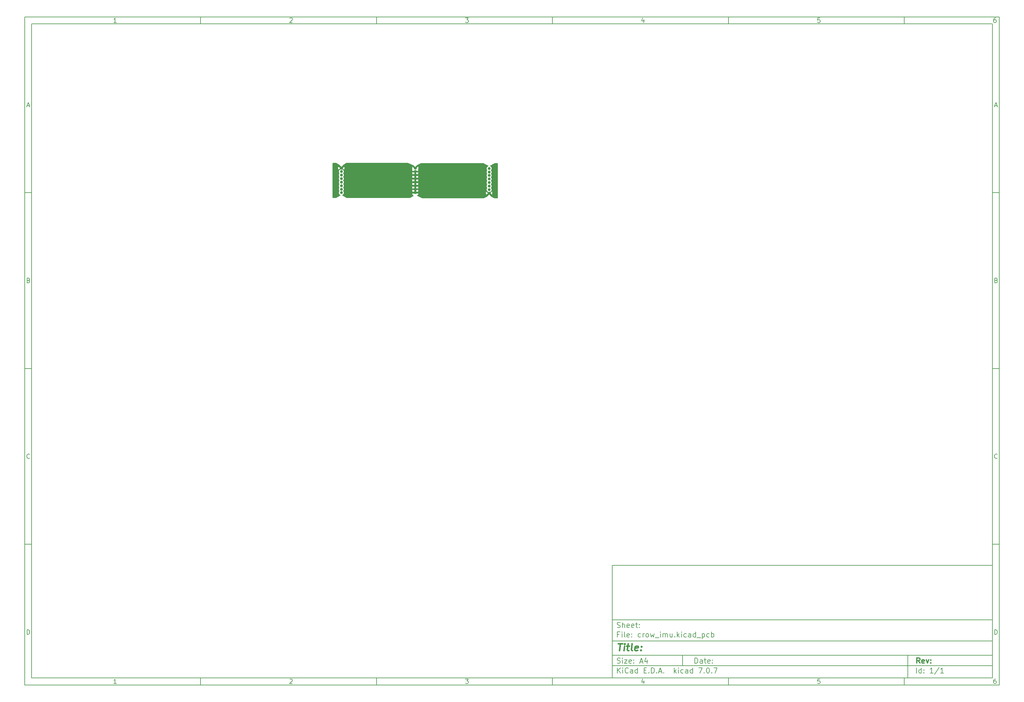
<source format=gbl>
%TF.GenerationSoftware,KiCad,Pcbnew,7.0.7*%
%TF.CreationDate,2024-01-01T11:16:13+09:00*%
%TF.ProjectId,crow_imu,63726f77-5f69-46d7-952e-6b696361645f,rev?*%
%TF.SameCoordinates,Original*%
%TF.FileFunction,Copper,L2,Bot*%
%TF.FilePolarity,Positive*%
%FSLAX46Y46*%
G04 Gerber Fmt 4.6, Leading zero omitted, Abs format (unit mm)*
G04 Created by KiCad (PCBNEW 7.0.7) date 2024-01-01 11:16:13*
%MOMM*%
%LPD*%
G01*
G04 APERTURE LIST*
%ADD10C,0.100000*%
%ADD11C,0.150000*%
%ADD12C,0.300000*%
%ADD13C,0.400000*%
%TA.AperFunction,ComponentPad*%
%ADD14C,0.800000*%
%TD*%
%TA.AperFunction,ComponentPad*%
%ADD15O,0.800000X0.800000*%
%TD*%
%TA.AperFunction,ComponentPad*%
%ADD16C,0.850000*%
%TD*%
%TA.AperFunction,ComponentPad*%
%ADD17O,0.850000X0.850000*%
%TD*%
%TA.AperFunction,ViaPad*%
%ADD18C,0.600000*%
%TD*%
%TA.AperFunction,ViaPad*%
%ADD19C,0.500000*%
%TD*%
%TA.AperFunction,ViaPad*%
%ADD20C,0.800000*%
%TD*%
G04 APERTURE END LIST*
D10*
D11*
X177002200Y-166007200D02*
X285002200Y-166007200D01*
X285002200Y-198007200D01*
X177002200Y-198007200D01*
X177002200Y-166007200D01*
D10*
D11*
X10000000Y-10000000D02*
X287002200Y-10000000D01*
X287002200Y-200007200D01*
X10000000Y-200007200D01*
X10000000Y-10000000D01*
D10*
D11*
X12000000Y-12000000D02*
X285002200Y-12000000D01*
X285002200Y-198007200D01*
X12000000Y-198007200D01*
X12000000Y-12000000D01*
D10*
D11*
X60000000Y-12000000D02*
X60000000Y-10000000D01*
D10*
D11*
X110000000Y-12000000D02*
X110000000Y-10000000D01*
D10*
D11*
X160000000Y-12000000D02*
X160000000Y-10000000D01*
D10*
D11*
X210000000Y-12000000D02*
X210000000Y-10000000D01*
D10*
D11*
X260000000Y-12000000D02*
X260000000Y-10000000D01*
D10*
D11*
X36089160Y-11593604D02*
X35346303Y-11593604D01*
X35717731Y-11593604D02*
X35717731Y-10293604D01*
X35717731Y-10293604D02*
X35593922Y-10479319D01*
X35593922Y-10479319D02*
X35470112Y-10603128D01*
X35470112Y-10603128D02*
X35346303Y-10665033D01*
D10*
D11*
X85346303Y-10417414D02*
X85408207Y-10355509D01*
X85408207Y-10355509D02*
X85532017Y-10293604D01*
X85532017Y-10293604D02*
X85841541Y-10293604D01*
X85841541Y-10293604D02*
X85965350Y-10355509D01*
X85965350Y-10355509D02*
X86027255Y-10417414D01*
X86027255Y-10417414D02*
X86089160Y-10541223D01*
X86089160Y-10541223D02*
X86089160Y-10665033D01*
X86089160Y-10665033D02*
X86027255Y-10850747D01*
X86027255Y-10850747D02*
X85284398Y-11593604D01*
X85284398Y-11593604D02*
X86089160Y-11593604D01*
D10*
D11*
X135284398Y-10293604D02*
X136089160Y-10293604D01*
X136089160Y-10293604D02*
X135655826Y-10788842D01*
X135655826Y-10788842D02*
X135841541Y-10788842D01*
X135841541Y-10788842D02*
X135965350Y-10850747D01*
X135965350Y-10850747D02*
X136027255Y-10912652D01*
X136027255Y-10912652D02*
X136089160Y-11036461D01*
X136089160Y-11036461D02*
X136089160Y-11345985D01*
X136089160Y-11345985D02*
X136027255Y-11469795D01*
X136027255Y-11469795D02*
X135965350Y-11531700D01*
X135965350Y-11531700D02*
X135841541Y-11593604D01*
X135841541Y-11593604D02*
X135470112Y-11593604D01*
X135470112Y-11593604D02*
X135346303Y-11531700D01*
X135346303Y-11531700D02*
X135284398Y-11469795D01*
D10*
D11*
X185965350Y-10726938D02*
X185965350Y-11593604D01*
X185655826Y-10231700D02*
X185346303Y-11160271D01*
X185346303Y-11160271D02*
X186151064Y-11160271D01*
D10*
D11*
X236027255Y-10293604D02*
X235408207Y-10293604D01*
X235408207Y-10293604D02*
X235346303Y-10912652D01*
X235346303Y-10912652D02*
X235408207Y-10850747D01*
X235408207Y-10850747D02*
X235532017Y-10788842D01*
X235532017Y-10788842D02*
X235841541Y-10788842D01*
X235841541Y-10788842D02*
X235965350Y-10850747D01*
X235965350Y-10850747D02*
X236027255Y-10912652D01*
X236027255Y-10912652D02*
X236089160Y-11036461D01*
X236089160Y-11036461D02*
X236089160Y-11345985D01*
X236089160Y-11345985D02*
X236027255Y-11469795D01*
X236027255Y-11469795D02*
X235965350Y-11531700D01*
X235965350Y-11531700D02*
X235841541Y-11593604D01*
X235841541Y-11593604D02*
X235532017Y-11593604D01*
X235532017Y-11593604D02*
X235408207Y-11531700D01*
X235408207Y-11531700D02*
X235346303Y-11469795D01*
D10*
D11*
X285965350Y-10293604D02*
X285717731Y-10293604D01*
X285717731Y-10293604D02*
X285593922Y-10355509D01*
X285593922Y-10355509D02*
X285532017Y-10417414D01*
X285532017Y-10417414D02*
X285408207Y-10603128D01*
X285408207Y-10603128D02*
X285346303Y-10850747D01*
X285346303Y-10850747D02*
X285346303Y-11345985D01*
X285346303Y-11345985D02*
X285408207Y-11469795D01*
X285408207Y-11469795D02*
X285470112Y-11531700D01*
X285470112Y-11531700D02*
X285593922Y-11593604D01*
X285593922Y-11593604D02*
X285841541Y-11593604D01*
X285841541Y-11593604D02*
X285965350Y-11531700D01*
X285965350Y-11531700D02*
X286027255Y-11469795D01*
X286027255Y-11469795D02*
X286089160Y-11345985D01*
X286089160Y-11345985D02*
X286089160Y-11036461D01*
X286089160Y-11036461D02*
X286027255Y-10912652D01*
X286027255Y-10912652D02*
X285965350Y-10850747D01*
X285965350Y-10850747D02*
X285841541Y-10788842D01*
X285841541Y-10788842D02*
X285593922Y-10788842D01*
X285593922Y-10788842D02*
X285470112Y-10850747D01*
X285470112Y-10850747D02*
X285408207Y-10912652D01*
X285408207Y-10912652D02*
X285346303Y-11036461D01*
D10*
D11*
X60000000Y-198007200D02*
X60000000Y-200007200D01*
D10*
D11*
X110000000Y-198007200D02*
X110000000Y-200007200D01*
D10*
D11*
X160000000Y-198007200D02*
X160000000Y-200007200D01*
D10*
D11*
X210000000Y-198007200D02*
X210000000Y-200007200D01*
D10*
D11*
X260000000Y-198007200D02*
X260000000Y-200007200D01*
D10*
D11*
X36089160Y-199600804D02*
X35346303Y-199600804D01*
X35717731Y-199600804D02*
X35717731Y-198300804D01*
X35717731Y-198300804D02*
X35593922Y-198486519D01*
X35593922Y-198486519D02*
X35470112Y-198610328D01*
X35470112Y-198610328D02*
X35346303Y-198672233D01*
D10*
D11*
X85346303Y-198424614D02*
X85408207Y-198362709D01*
X85408207Y-198362709D02*
X85532017Y-198300804D01*
X85532017Y-198300804D02*
X85841541Y-198300804D01*
X85841541Y-198300804D02*
X85965350Y-198362709D01*
X85965350Y-198362709D02*
X86027255Y-198424614D01*
X86027255Y-198424614D02*
X86089160Y-198548423D01*
X86089160Y-198548423D02*
X86089160Y-198672233D01*
X86089160Y-198672233D02*
X86027255Y-198857947D01*
X86027255Y-198857947D02*
X85284398Y-199600804D01*
X85284398Y-199600804D02*
X86089160Y-199600804D01*
D10*
D11*
X135284398Y-198300804D02*
X136089160Y-198300804D01*
X136089160Y-198300804D02*
X135655826Y-198796042D01*
X135655826Y-198796042D02*
X135841541Y-198796042D01*
X135841541Y-198796042D02*
X135965350Y-198857947D01*
X135965350Y-198857947D02*
X136027255Y-198919852D01*
X136027255Y-198919852D02*
X136089160Y-199043661D01*
X136089160Y-199043661D02*
X136089160Y-199353185D01*
X136089160Y-199353185D02*
X136027255Y-199476995D01*
X136027255Y-199476995D02*
X135965350Y-199538900D01*
X135965350Y-199538900D02*
X135841541Y-199600804D01*
X135841541Y-199600804D02*
X135470112Y-199600804D01*
X135470112Y-199600804D02*
X135346303Y-199538900D01*
X135346303Y-199538900D02*
X135284398Y-199476995D01*
D10*
D11*
X185965350Y-198734138D02*
X185965350Y-199600804D01*
X185655826Y-198238900D02*
X185346303Y-199167471D01*
X185346303Y-199167471D02*
X186151064Y-199167471D01*
D10*
D11*
X236027255Y-198300804D02*
X235408207Y-198300804D01*
X235408207Y-198300804D02*
X235346303Y-198919852D01*
X235346303Y-198919852D02*
X235408207Y-198857947D01*
X235408207Y-198857947D02*
X235532017Y-198796042D01*
X235532017Y-198796042D02*
X235841541Y-198796042D01*
X235841541Y-198796042D02*
X235965350Y-198857947D01*
X235965350Y-198857947D02*
X236027255Y-198919852D01*
X236027255Y-198919852D02*
X236089160Y-199043661D01*
X236089160Y-199043661D02*
X236089160Y-199353185D01*
X236089160Y-199353185D02*
X236027255Y-199476995D01*
X236027255Y-199476995D02*
X235965350Y-199538900D01*
X235965350Y-199538900D02*
X235841541Y-199600804D01*
X235841541Y-199600804D02*
X235532017Y-199600804D01*
X235532017Y-199600804D02*
X235408207Y-199538900D01*
X235408207Y-199538900D02*
X235346303Y-199476995D01*
D10*
D11*
X285965350Y-198300804D02*
X285717731Y-198300804D01*
X285717731Y-198300804D02*
X285593922Y-198362709D01*
X285593922Y-198362709D02*
X285532017Y-198424614D01*
X285532017Y-198424614D02*
X285408207Y-198610328D01*
X285408207Y-198610328D02*
X285346303Y-198857947D01*
X285346303Y-198857947D02*
X285346303Y-199353185D01*
X285346303Y-199353185D02*
X285408207Y-199476995D01*
X285408207Y-199476995D02*
X285470112Y-199538900D01*
X285470112Y-199538900D02*
X285593922Y-199600804D01*
X285593922Y-199600804D02*
X285841541Y-199600804D01*
X285841541Y-199600804D02*
X285965350Y-199538900D01*
X285965350Y-199538900D02*
X286027255Y-199476995D01*
X286027255Y-199476995D02*
X286089160Y-199353185D01*
X286089160Y-199353185D02*
X286089160Y-199043661D01*
X286089160Y-199043661D02*
X286027255Y-198919852D01*
X286027255Y-198919852D02*
X285965350Y-198857947D01*
X285965350Y-198857947D02*
X285841541Y-198796042D01*
X285841541Y-198796042D02*
X285593922Y-198796042D01*
X285593922Y-198796042D02*
X285470112Y-198857947D01*
X285470112Y-198857947D02*
X285408207Y-198919852D01*
X285408207Y-198919852D02*
X285346303Y-199043661D01*
D10*
D11*
X10000000Y-60000000D02*
X12000000Y-60000000D01*
D10*
D11*
X10000000Y-110000000D02*
X12000000Y-110000000D01*
D10*
D11*
X10000000Y-160000000D02*
X12000000Y-160000000D01*
D10*
D11*
X10690476Y-35222176D02*
X11309523Y-35222176D01*
X10566666Y-35593604D02*
X10999999Y-34293604D01*
X10999999Y-34293604D02*
X11433333Y-35593604D01*
D10*
D11*
X11092857Y-84912652D02*
X11278571Y-84974557D01*
X11278571Y-84974557D02*
X11340476Y-85036461D01*
X11340476Y-85036461D02*
X11402380Y-85160271D01*
X11402380Y-85160271D02*
X11402380Y-85345985D01*
X11402380Y-85345985D02*
X11340476Y-85469795D01*
X11340476Y-85469795D02*
X11278571Y-85531700D01*
X11278571Y-85531700D02*
X11154761Y-85593604D01*
X11154761Y-85593604D02*
X10659523Y-85593604D01*
X10659523Y-85593604D02*
X10659523Y-84293604D01*
X10659523Y-84293604D02*
X11092857Y-84293604D01*
X11092857Y-84293604D02*
X11216666Y-84355509D01*
X11216666Y-84355509D02*
X11278571Y-84417414D01*
X11278571Y-84417414D02*
X11340476Y-84541223D01*
X11340476Y-84541223D02*
X11340476Y-84665033D01*
X11340476Y-84665033D02*
X11278571Y-84788842D01*
X11278571Y-84788842D02*
X11216666Y-84850747D01*
X11216666Y-84850747D02*
X11092857Y-84912652D01*
X11092857Y-84912652D02*
X10659523Y-84912652D01*
D10*
D11*
X11402380Y-135469795D02*
X11340476Y-135531700D01*
X11340476Y-135531700D02*
X11154761Y-135593604D01*
X11154761Y-135593604D02*
X11030952Y-135593604D01*
X11030952Y-135593604D02*
X10845238Y-135531700D01*
X10845238Y-135531700D02*
X10721428Y-135407890D01*
X10721428Y-135407890D02*
X10659523Y-135284080D01*
X10659523Y-135284080D02*
X10597619Y-135036461D01*
X10597619Y-135036461D02*
X10597619Y-134850747D01*
X10597619Y-134850747D02*
X10659523Y-134603128D01*
X10659523Y-134603128D02*
X10721428Y-134479319D01*
X10721428Y-134479319D02*
X10845238Y-134355509D01*
X10845238Y-134355509D02*
X11030952Y-134293604D01*
X11030952Y-134293604D02*
X11154761Y-134293604D01*
X11154761Y-134293604D02*
X11340476Y-134355509D01*
X11340476Y-134355509D02*
X11402380Y-134417414D01*
D10*
D11*
X10659523Y-185593604D02*
X10659523Y-184293604D01*
X10659523Y-184293604D02*
X10969047Y-184293604D01*
X10969047Y-184293604D02*
X11154761Y-184355509D01*
X11154761Y-184355509D02*
X11278571Y-184479319D01*
X11278571Y-184479319D02*
X11340476Y-184603128D01*
X11340476Y-184603128D02*
X11402380Y-184850747D01*
X11402380Y-184850747D02*
X11402380Y-185036461D01*
X11402380Y-185036461D02*
X11340476Y-185284080D01*
X11340476Y-185284080D02*
X11278571Y-185407890D01*
X11278571Y-185407890D02*
X11154761Y-185531700D01*
X11154761Y-185531700D02*
X10969047Y-185593604D01*
X10969047Y-185593604D02*
X10659523Y-185593604D01*
D10*
D11*
X287002200Y-60000000D02*
X285002200Y-60000000D01*
D10*
D11*
X287002200Y-110000000D02*
X285002200Y-110000000D01*
D10*
D11*
X287002200Y-160000000D02*
X285002200Y-160000000D01*
D10*
D11*
X285692676Y-35222176D02*
X286311723Y-35222176D01*
X285568866Y-35593604D02*
X286002199Y-34293604D01*
X286002199Y-34293604D02*
X286435533Y-35593604D01*
D10*
D11*
X286095057Y-84912652D02*
X286280771Y-84974557D01*
X286280771Y-84974557D02*
X286342676Y-85036461D01*
X286342676Y-85036461D02*
X286404580Y-85160271D01*
X286404580Y-85160271D02*
X286404580Y-85345985D01*
X286404580Y-85345985D02*
X286342676Y-85469795D01*
X286342676Y-85469795D02*
X286280771Y-85531700D01*
X286280771Y-85531700D02*
X286156961Y-85593604D01*
X286156961Y-85593604D02*
X285661723Y-85593604D01*
X285661723Y-85593604D02*
X285661723Y-84293604D01*
X285661723Y-84293604D02*
X286095057Y-84293604D01*
X286095057Y-84293604D02*
X286218866Y-84355509D01*
X286218866Y-84355509D02*
X286280771Y-84417414D01*
X286280771Y-84417414D02*
X286342676Y-84541223D01*
X286342676Y-84541223D02*
X286342676Y-84665033D01*
X286342676Y-84665033D02*
X286280771Y-84788842D01*
X286280771Y-84788842D02*
X286218866Y-84850747D01*
X286218866Y-84850747D02*
X286095057Y-84912652D01*
X286095057Y-84912652D02*
X285661723Y-84912652D01*
D10*
D11*
X286404580Y-135469795D02*
X286342676Y-135531700D01*
X286342676Y-135531700D02*
X286156961Y-135593604D01*
X286156961Y-135593604D02*
X286033152Y-135593604D01*
X286033152Y-135593604D02*
X285847438Y-135531700D01*
X285847438Y-135531700D02*
X285723628Y-135407890D01*
X285723628Y-135407890D02*
X285661723Y-135284080D01*
X285661723Y-135284080D02*
X285599819Y-135036461D01*
X285599819Y-135036461D02*
X285599819Y-134850747D01*
X285599819Y-134850747D02*
X285661723Y-134603128D01*
X285661723Y-134603128D02*
X285723628Y-134479319D01*
X285723628Y-134479319D02*
X285847438Y-134355509D01*
X285847438Y-134355509D02*
X286033152Y-134293604D01*
X286033152Y-134293604D02*
X286156961Y-134293604D01*
X286156961Y-134293604D02*
X286342676Y-134355509D01*
X286342676Y-134355509D02*
X286404580Y-134417414D01*
D10*
D11*
X285661723Y-185593604D02*
X285661723Y-184293604D01*
X285661723Y-184293604D02*
X285971247Y-184293604D01*
X285971247Y-184293604D02*
X286156961Y-184355509D01*
X286156961Y-184355509D02*
X286280771Y-184479319D01*
X286280771Y-184479319D02*
X286342676Y-184603128D01*
X286342676Y-184603128D02*
X286404580Y-184850747D01*
X286404580Y-184850747D02*
X286404580Y-185036461D01*
X286404580Y-185036461D02*
X286342676Y-185284080D01*
X286342676Y-185284080D02*
X286280771Y-185407890D01*
X286280771Y-185407890D02*
X286156961Y-185531700D01*
X286156961Y-185531700D02*
X285971247Y-185593604D01*
X285971247Y-185593604D02*
X285661723Y-185593604D01*
D10*
D11*
X200458026Y-193793328D02*
X200458026Y-192293328D01*
X200458026Y-192293328D02*
X200815169Y-192293328D01*
X200815169Y-192293328D02*
X201029455Y-192364757D01*
X201029455Y-192364757D02*
X201172312Y-192507614D01*
X201172312Y-192507614D02*
X201243741Y-192650471D01*
X201243741Y-192650471D02*
X201315169Y-192936185D01*
X201315169Y-192936185D02*
X201315169Y-193150471D01*
X201315169Y-193150471D02*
X201243741Y-193436185D01*
X201243741Y-193436185D02*
X201172312Y-193579042D01*
X201172312Y-193579042D02*
X201029455Y-193721900D01*
X201029455Y-193721900D02*
X200815169Y-193793328D01*
X200815169Y-193793328D02*
X200458026Y-193793328D01*
X202600884Y-193793328D02*
X202600884Y-193007614D01*
X202600884Y-193007614D02*
X202529455Y-192864757D01*
X202529455Y-192864757D02*
X202386598Y-192793328D01*
X202386598Y-192793328D02*
X202100884Y-192793328D01*
X202100884Y-192793328D02*
X201958026Y-192864757D01*
X202600884Y-193721900D02*
X202458026Y-193793328D01*
X202458026Y-193793328D02*
X202100884Y-193793328D01*
X202100884Y-193793328D02*
X201958026Y-193721900D01*
X201958026Y-193721900D02*
X201886598Y-193579042D01*
X201886598Y-193579042D02*
X201886598Y-193436185D01*
X201886598Y-193436185D02*
X201958026Y-193293328D01*
X201958026Y-193293328D02*
X202100884Y-193221900D01*
X202100884Y-193221900D02*
X202458026Y-193221900D01*
X202458026Y-193221900D02*
X202600884Y-193150471D01*
X203100884Y-192793328D02*
X203672312Y-192793328D01*
X203315169Y-192293328D02*
X203315169Y-193579042D01*
X203315169Y-193579042D02*
X203386598Y-193721900D01*
X203386598Y-193721900D02*
X203529455Y-193793328D01*
X203529455Y-193793328D02*
X203672312Y-193793328D01*
X204743741Y-193721900D02*
X204600884Y-193793328D01*
X204600884Y-193793328D02*
X204315170Y-193793328D01*
X204315170Y-193793328D02*
X204172312Y-193721900D01*
X204172312Y-193721900D02*
X204100884Y-193579042D01*
X204100884Y-193579042D02*
X204100884Y-193007614D01*
X204100884Y-193007614D02*
X204172312Y-192864757D01*
X204172312Y-192864757D02*
X204315170Y-192793328D01*
X204315170Y-192793328D02*
X204600884Y-192793328D01*
X204600884Y-192793328D02*
X204743741Y-192864757D01*
X204743741Y-192864757D02*
X204815170Y-193007614D01*
X204815170Y-193007614D02*
X204815170Y-193150471D01*
X204815170Y-193150471D02*
X204100884Y-193293328D01*
X205458026Y-193650471D02*
X205529455Y-193721900D01*
X205529455Y-193721900D02*
X205458026Y-193793328D01*
X205458026Y-193793328D02*
X205386598Y-193721900D01*
X205386598Y-193721900D02*
X205458026Y-193650471D01*
X205458026Y-193650471D02*
X205458026Y-193793328D01*
X205458026Y-192864757D02*
X205529455Y-192936185D01*
X205529455Y-192936185D02*
X205458026Y-193007614D01*
X205458026Y-193007614D02*
X205386598Y-192936185D01*
X205386598Y-192936185D02*
X205458026Y-192864757D01*
X205458026Y-192864757D02*
X205458026Y-193007614D01*
D10*
D11*
X177002200Y-194507200D02*
X285002200Y-194507200D01*
D10*
D11*
X178458026Y-196593328D02*
X178458026Y-195093328D01*
X179315169Y-196593328D02*
X178672312Y-195736185D01*
X179315169Y-195093328D02*
X178458026Y-195950471D01*
X179958026Y-196593328D02*
X179958026Y-195593328D01*
X179958026Y-195093328D02*
X179886598Y-195164757D01*
X179886598Y-195164757D02*
X179958026Y-195236185D01*
X179958026Y-195236185D02*
X180029455Y-195164757D01*
X180029455Y-195164757D02*
X179958026Y-195093328D01*
X179958026Y-195093328D02*
X179958026Y-195236185D01*
X181529455Y-196450471D02*
X181458027Y-196521900D01*
X181458027Y-196521900D02*
X181243741Y-196593328D01*
X181243741Y-196593328D02*
X181100884Y-196593328D01*
X181100884Y-196593328D02*
X180886598Y-196521900D01*
X180886598Y-196521900D02*
X180743741Y-196379042D01*
X180743741Y-196379042D02*
X180672312Y-196236185D01*
X180672312Y-196236185D02*
X180600884Y-195950471D01*
X180600884Y-195950471D02*
X180600884Y-195736185D01*
X180600884Y-195736185D02*
X180672312Y-195450471D01*
X180672312Y-195450471D02*
X180743741Y-195307614D01*
X180743741Y-195307614D02*
X180886598Y-195164757D01*
X180886598Y-195164757D02*
X181100884Y-195093328D01*
X181100884Y-195093328D02*
X181243741Y-195093328D01*
X181243741Y-195093328D02*
X181458027Y-195164757D01*
X181458027Y-195164757D02*
X181529455Y-195236185D01*
X182815170Y-196593328D02*
X182815170Y-195807614D01*
X182815170Y-195807614D02*
X182743741Y-195664757D01*
X182743741Y-195664757D02*
X182600884Y-195593328D01*
X182600884Y-195593328D02*
X182315170Y-195593328D01*
X182315170Y-195593328D02*
X182172312Y-195664757D01*
X182815170Y-196521900D02*
X182672312Y-196593328D01*
X182672312Y-196593328D02*
X182315170Y-196593328D01*
X182315170Y-196593328D02*
X182172312Y-196521900D01*
X182172312Y-196521900D02*
X182100884Y-196379042D01*
X182100884Y-196379042D02*
X182100884Y-196236185D01*
X182100884Y-196236185D02*
X182172312Y-196093328D01*
X182172312Y-196093328D02*
X182315170Y-196021900D01*
X182315170Y-196021900D02*
X182672312Y-196021900D01*
X182672312Y-196021900D02*
X182815170Y-195950471D01*
X184172313Y-196593328D02*
X184172313Y-195093328D01*
X184172313Y-196521900D02*
X184029455Y-196593328D01*
X184029455Y-196593328D02*
X183743741Y-196593328D01*
X183743741Y-196593328D02*
X183600884Y-196521900D01*
X183600884Y-196521900D02*
X183529455Y-196450471D01*
X183529455Y-196450471D02*
X183458027Y-196307614D01*
X183458027Y-196307614D02*
X183458027Y-195879042D01*
X183458027Y-195879042D02*
X183529455Y-195736185D01*
X183529455Y-195736185D02*
X183600884Y-195664757D01*
X183600884Y-195664757D02*
X183743741Y-195593328D01*
X183743741Y-195593328D02*
X184029455Y-195593328D01*
X184029455Y-195593328D02*
X184172313Y-195664757D01*
X186029455Y-195807614D02*
X186529455Y-195807614D01*
X186743741Y-196593328D02*
X186029455Y-196593328D01*
X186029455Y-196593328D02*
X186029455Y-195093328D01*
X186029455Y-195093328D02*
X186743741Y-195093328D01*
X187386598Y-196450471D02*
X187458027Y-196521900D01*
X187458027Y-196521900D02*
X187386598Y-196593328D01*
X187386598Y-196593328D02*
X187315170Y-196521900D01*
X187315170Y-196521900D02*
X187386598Y-196450471D01*
X187386598Y-196450471D02*
X187386598Y-196593328D01*
X188100884Y-196593328D02*
X188100884Y-195093328D01*
X188100884Y-195093328D02*
X188458027Y-195093328D01*
X188458027Y-195093328D02*
X188672313Y-195164757D01*
X188672313Y-195164757D02*
X188815170Y-195307614D01*
X188815170Y-195307614D02*
X188886599Y-195450471D01*
X188886599Y-195450471D02*
X188958027Y-195736185D01*
X188958027Y-195736185D02*
X188958027Y-195950471D01*
X188958027Y-195950471D02*
X188886599Y-196236185D01*
X188886599Y-196236185D02*
X188815170Y-196379042D01*
X188815170Y-196379042D02*
X188672313Y-196521900D01*
X188672313Y-196521900D02*
X188458027Y-196593328D01*
X188458027Y-196593328D02*
X188100884Y-196593328D01*
X189600884Y-196450471D02*
X189672313Y-196521900D01*
X189672313Y-196521900D02*
X189600884Y-196593328D01*
X189600884Y-196593328D02*
X189529456Y-196521900D01*
X189529456Y-196521900D02*
X189600884Y-196450471D01*
X189600884Y-196450471D02*
X189600884Y-196593328D01*
X190243742Y-196164757D02*
X190958028Y-196164757D01*
X190100885Y-196593328D02*
X190600885Y-195093328D01*
X190600885Y-195093328D02*
X191100885Y-196593328D01*
X191600884Y-196450471D02*
X191672313Y-196521900D01*
X191672313Y-196521900D02*
X191600884Y-196593328D01*
X191600884Y-196593328D02*
X191529456Y-196521900D01*
X191529456Y-196521900D02*
X191600884Y-196450471D01*
X191600884Y-196450471D02*
X191600884Y-196593328D01*
X194600884Y-196593328D02*
X194600884Y-195093328D01*
X194743742Y-196021900D02*
X195172313Y-196593328D01*
X195172313Y-195593328D02*
X194600884Y-196164757D01*
X195815170Y-196593328D02*
X195815170Y-195593328D01*
X195815170Y-195093328D02*
X195743742Y-195164757D01*
X195743742Y-195164757D02*
X195815170Y-195236185D01*
X195815170Y-195236185D02*
X195886599Y-195164757D01*
X195886599Y-195164757D02*
X195815170Y-195093328D01*
X195815170Y-195093328D02*
X195815170Y-195236185D01*
X197172314Y-196521900D02*
X197029456Y-196593328D01*
X197029456Y-196593328D02*
X196743742Y-196593328D01*
X196743742Y-196593328D02*
X196600885Y-196521900D01*
X196600885Y-196521900D02*
X196529456Y-196450471D01*
X196529456Y-196450471D02*
X196458028Y-196307614D01*
X196458028Y-196307614D02*
X196458028Y-195879042D01*
X196458028Y-195879042D02*
X196529456Y-195736185D01*
X196529456Y-195736185D02*
X196600885Y-195664757D01*
X196600885Y-195664757D02*
X196743742Y-195593328D01*
X196743742Y-195593328D02*
X197029456Y-195593328D01*
X197029456Y-195593328D02*
X197172314Y-195664757D01*
X198458028Y-196593328D02*
X198458028Y-195807614D01*
X198458028Y-195807614D02*
X198386599Y-195664757D01*
X198386599Y-195664757D02*
X198243742Y-195593328D01*
X198243742Y-195593328D02*
X197958028Y-195593328D01*
X197958028Y-195593328D02*
X197815170Y-195664757D01*
X198458028Y-196521900D02*
X198315170Y-196593328D01*
X198315170Y-196593328D02*
X197958028Y-196593328D01*
X197958028Y-196593328D02*
X197815170Y-196521900D01*
X197815170Y-196521900D02*
X197743742Y-196379042D01*
X197743742Y-196379042D02*
X197743742Y-196236185D01*
X197743742Y-196236185D02*
X197815170Y-196093328D01*
X197815170Y-196093328D02*
X197958028Y-196021900D01*
X197958028Y-196021900D02*
X198315170Y-196021900D01*
X198315170Y-196021900D02*
X198458028Y-195950471D01*
X199815171Y-196593328D02*
X199815171Y-195093328D01*
X199815171Y-196521900D02*
X199672313Y-196593328D01*
X199672313Y-196593328D02*
X199386599Y-196593328D01*
X199386599Y-196593328D02*
X199243742Y-196521900D01*
X199243742Y-196521900D02*
X199172313Y-196450471D01*
X199172313Y-196450471D02*
X199100885Y-196307614D01*
X199100885Y-196307614D02*
X199100885Y-195879042D01*
X199100885Y-195879042D02*
X199172313Y-195736185D01*
X199172313Y-195736185D02*
X199243742Y-195664757D01*
X199243742Y-195664757D02*
X199386599Y-195593328D01*
X199386599Y-195593328D02*
X199672313Y-195593328D01*
X199672313Y-195593328D02*
X199815171Y-195664757D01*
X201529456Y-195093328D02*
X202529456Y-195093328D01*
X202529456Y-195093328D02*
X201886599Y-196593328D01*
X203100884Y-196450471D02*
X203172313Y-196521900D01*
X203172313Y-196521900D02*
X203100884Y-196593328D01*
X203100884Y-196593328D02*
X203029456Y-196521900D01*
X203029456Y-196521900D02*
X203100884Y-196450471D01*
X203100884Y-196450471D02*
X203100884Y-196593328D01*
X204100885Y-195093328D02*
X204243742Y-195093328D01*
X204243742Y-195093328D02*
X204386599Y-195164757D01*
X204386599Y-195164757D02*
X204458028Y-195236185D01*
X204458028Y-195236185D02*
X204529456Y-195379042D01*
X204529456Y-195379042D02*
X204600885Y-195664757D01*
X204600885Y-195664757D02*
X204600885Y-196021900D01*
X204600885Y-196021900D02*
X204529456Y-196307614D01*
X204529456Y-196307614D02*
X204458028Y-196450471D01*
X204458028Y-196450471D02*
X204386599Y-196521900D01*
X204386599Y-196521900D02*
X204243742Y-196593328D01*
X204243742Y-196593328D02*
X204100885Y-196593328D01*
X204100885Y-196593328D02*
X203958028Y-196521900D01*
X203958028Y-196521900D02*
X203886599Y-196450471D01*
X203886599Y-196450471D02*
X203815170Y-196307614D01*
X203815170Y-196307614D02*
X203743742Y-196021900D01*
X203743742Y-196021900D02*
X203743742Y-195664757D01*
X203743742Y-195664757D02*
X203815170Y-195379042D01*
X203815170Y-195379042D02*
X203886599Y-195236185D01*
X203886599Y-195236185D02*
X203958028Y-195164757D01*
X203958028Y-195164757D02*
X204100885Y-195093328D01*
X205243741Y-196450471D02*
X205315170Y-196521900D01*
X205315170Y-196521900D02*
X205243741Y-196593328D01*
X205243741Y-196593328D02*
X205172313Y-196521900D01*
X205172313Y-196521900D02*
X205243741Y-196450471D01*
X205243741Y-196450471D02*
X205243741Y-196593328D01*
X205815170Y-195093328D02*
X206815170Y-195093328D01*
X206815170Y-195093328D02*
X206172313Y-196593328D01*
D10*
D11*
X177002200Y-191507200D02*
X285002200Y-191507200D01*
D10*
D12*
X264413853Y-193785528D02*
X263913853Y-193071242D01*
X263556710Y-193785528D02*
X263556710Y-192285528D01*
X263556710Y-192285528D02*
X264128139Y-192285528D01*
X264128139Y-192285528D02*
X264270996Y-192356957D01*
X264270996Y-192356957D02*
X264342425Y-192428385D01*
X264342425Y-192428385D02*
X264413853Y-192571242D01*
X264413853Y-192571242D02*
X264413853Y-192785528D01*
X264413853Y-192785528D02*
X264342425Y-192928385D01*
X264342425Y-192928385D02*
X264270996Y-192999814D01*
X264270996Y-192999814D02*
X264128139Y-193071242D01*
X264128139Y-193071242D02*
X263556710Y-193071242D01*
X265628139Y-193714100D02*
X265485282Y-193785528D01*
X265485282Y-193785528D02*
X265199568Y-193785528D01*
X265199568Y-193785528D02*
X265056710Y-193714100D01*
X265056710Y-193714100D02*
X264985282Y-193571242D01*
X264985282Y-193571242D02*
X264985282Y-192999814D01*
X264985282Y-192999814D02*
X265056710Y-192856957D01*
X265056710Y-192856957D02*
X265199568Y-192785528D01*
X265199568Y-192785528D02*
X265485282Y-192785528D01*
X265485282Y-192785528D02*
X265628139Y-192856957D01*
X265628139Y-192856957D02*
X265699568Y-192999814D01*
X265699568Y-192999814D02*
X265699568Y-193142671D01*
X265699568Y-193142671D02*
X264985282Y-193285528D01*
X266199567Y-192785528D02*
X266556710Y-193785528D01*
X266556710Y-193785528D02*
X266913853Y-192785528D01*
X267485281Y-193642671D02*
X267556710Y-193714100D01*
X267556710Y-193714100D02*
X267485281Y-193785528D01*
X267485281Y-193785528D02*
X267413853Y-193714100D01*
X267413853Y-193714100D02*
X267485281Y-193642671D01*
X267485281Y-193642671D02*
X267485281Y-193785528D01*
X267485281Y-192856957D02*
X267556710Y-192928385D01*
X267556710Y-192928385D02*
X267485281Y-192999814D01*
X267485281Y-192999814D02*
X267413853Y-192928385D01*
X267413853Y-192928385D02*
X267485281Y-192856957D01*
X267485281Y-192856957D02*
X267485281Y-192999814D01*
D10*
D11*
X178386598Y-193721900D02*
X178600884Y-193793328D01*
X178600884Y-193793328D02*
X178958026Y-193793328D01*
X178958026Y-193793328D02*
X179100884Y-193721900D01*
X179100884Y-193721900D02*
X179172312Y-193650471D01*
X179172312Y-193650471D02*
X179243741Y-193507614D01*
X179243741Y-193507614D02*
X179243741Y-193364757D01*
X179243741Y-193364757D02*
X179172312Y-193221900D01*
X179172312Y-193221900D02*
X179100884Y-193150471D01*
X179100884Y-193150471D02*
X178958026Y-193079042D01*
X178958026Y-193079042D02*
X178672312Y-193007614D01*
X178672312Y-193007614D02*
X178529455Y-192936185D01*
X178529455Y-192936185D02*
X178458026Y-192864757D01*
X178458026Y-192864757D02*
X178386598Y-192721900D01*
X178386598Y-192721900D02*
X178386598Y-192579042D01*
X178386598Y-192579042D02*
X178458026Y-192436185D01*
X178458026Y-192436185D02*
X178529455Y-192364757D01*
X178529455Y-192364757D02*
X178672312Y-192293328D01*
X178672312Y-192293328D02*
X179029455Y-192293328D01*
X179029455Y-192293328D02*
X179243741Y-192364757D01*
X179886597Y-193793328D02*
X179886597Y-192793328D01*
X179886597Y-192293328D02*
X179815169Y-192364757D01*
X179815169Y-192364757D02*
X179886597Y-192436185D01*
X179886597Y-192436185D02*
X179958026Y-192364757D01*
X179958026Y-192364757D02*
X179886597Y-192293328D01*
X179886597Y-192293328D02*
X179886597Y-192436185D01*
X180458026Y-192793328D02*
X181243741Y-192793328D01*
X181243741Y-192793328D02*
X180458026Y-193793328D01*
X180458026Y-193793328D02*
X181243741Y-193793328D01*
X182386598Y-193721900D02*
X182243741Y-193793328D01*
X182243741Y-193793328D02*
X181958027Y-193793328D01*
X181958027Y-193793328D02*
X181815169Y-193721900D01*
X181815169Y-193721900D02*
X181743741Y-193579042D01*
X181743741Y-193579042D02*
X181743741Y-193007614D01*
X181743741Y-193007614D02*
X181815169Y-192864757D01*
X181815169Y-192864757D02*
X181958027Y-192793328D01*
X181958027Y-192793328D02*
X182243741Y-192793328D01*
X182243741Y-192793328D02*
X182386598Y-192864757D01*
X182386598Y-192864757D02*
X182458027Y-193007614D01*
X182458027Y-193007614D02*
X182458027Y-193150471D01*
X182458027Y-193150471D02*
X181743741Y-193293328D01*
X183100883Y-193650471D02*
X183172312Y-193721900D01*
X183172312Y-193721900D02*
X183100883Y-193793328D01*
X183100883Y-193793328D02*
X183029455Y-193721900D01*
X183029455Y-193721900D02*
X183100883Y-193650471D01*
X183100883Y-193650471D02*
X183100883Y-193793328D01*
X183100883Y-192864757D02*
X183172312Y-192936185D01*
X183172312Y-192936185D02*
X183100883Y-193007614D01*
X183100883Y-193007614D02*
X183029455Y-192936185D01*
X183029455Y-192936185D02*
X183100883Y-192864757D01*
X183100883Y-192864757D02*
X183100883Y-193007614D01*
X184886598Y-193364757D02*
X185600884Y-193364757D01*
X184743741Y-193793328D02*
X185243741Y-192293328D01*
X185243741Y-192293328D02*
X185743741Y-193793328D01*
X186886598Y-192793328D02*
X186886598Y-193793328D01*
X186529455Y-192221900D02*
X186172312Y-193293328D01*
X186172312Y-193293328D02*
X187100883Y-193293328D01*
D10*
D11*
X263458026Y-196593328D02*
X263458026Y-195093328D01*
X264815170Y-196593328D02*
X264815170Y-195093328D01*
X264815170Y-196521900D02*
X264672312Y-196593328D01*
X264672312Y-196593328D02*
X264386598Y-196593328D01*
X264386598Y-196593328D02*
X264243741Y-196521900D01*
X264243741Y-196521900D02*
X264172312Y-196450471D01*
X264172312Y-196450471D02*
X264100884Y-196307614D01*
X264100884Y-196307614D02*
X264100884Y-195879042D01*
X264100884Y-195879042D02*
X264172312Y-195736185D01*
X264172312Y-195736185D02*
X264243741Y-195664757D01*
X264243741Y-195664757D02*
X264386598Y-195593328D01*
X264386598Y-195593328D02*
X264672312Y-195593328D01*
X264672312Y-195593328D02*
X264815170Y-195664757D01*
X265529455Y-196450471D02*
X265600884Y-196521900D01*
X265600884Y-196521900D02*
X265529455Y-196593328D01*
X265529455Y-196593328D02*
X265458027Y-196521900D01*
X265458027Y-196521900D02*
X265529455Y-196450471D01*
X265529455Y-196450471D02*
X265529455Y-196593328D01*
X265529455Y-195664757D02*
X265600884Y-195736185D01*
X265600884Y-195736185D02*
X265529455Y-195807614D01*
X265529455Y-195807614D02*
X265458027Y-195736185D01*
X265458027Y-195736185D02*
X265529455Y-195664757D01*
X265529455Y-195664757D02*
X265529455Y-195807614D01*
X268172313Y-196593328D02*
X267315170Y-196593328D01*
X267743741Y-196593328D02*
X267743741Y-195093328D01*
X267743741Y-195093328D02*
X267600884Y-195307614D01*
X267600884Y-195307614D02*
X267458027Y-195450471D01*
X267458027Y-195450471D02*
X267315170Y-195521900D01*
X269886598Y-195021900D02*
X268600884Y-196950471D01*
X271172313Y-196593328D02*
X270315170Y-196593328D01*
X270743741Y-196593328D02*
X270743741Y-195093328D01*
X270743741Y-195093328D02*
X270600884Y-195307614D01*
X270600884Y-195307614D02*
X270458027Y-195450471D01*
X270458027Y-195450471D02*
X270315170Y-195521900D01*
D10*
D11*
X177002200Y-187507200D02*
X285002200Y-187507200D01*
D10*
D13*
X178693928Y-188211638D02*
X179836785Y-188211638D01*
X179015357Y-190211638D02*
X179265357Y-188211638D01*
X180253452Y-190211638D02*
X180420119Y-188878304D01*
X180503452Y-188211638D02*
X180396309Y-188306876D01*
X180396309Y-188306876D02*
X180479643Y-188402114D01*
X180479643Y-188402114D02*
X180586786Y-188306876D01*
X180586786Y-188306876D02*
X180503452Y-188211638D01*
X180503452Y-188211638D02*
X180479643Y-188402114D01*
X181086786Y-188878304D02*
X181848690Y-188878304D01*
X181455833Y-188211638D02*
X181241548Y-189925923D01*
X181241548Y-189925923D02*
X181312976Y-190116400D01*
X181312976Y-190116400D02*
X181491548Y-190211638D01*
X181491548Y-190211638D02*
X181682024Y-190211638D01*
X182634405Y-190211638D02*
X182455833Y-190116400D01*
X182455833Y-190116400D02*
X182384405Y-189925923D01*
X182384405Y-189925923D02*
X182598690Y-188211638D01*
X184170119Y-190116400D02*
X183967738Y-190211638D01*
X183967738Y-190211638D02*
X183586785Y-190211638D01*
X183586785Y-190211638D02*
X183408214Y-190116400D01*
X183408214Y-190116400D02*
X183336785Y-189925923D01*
X183336785Y-189925923D02*
X183432024Y-189164019D01*
X183432024Y-189164019D02*
X183551071Y-188973542D01*
X183551071Y-188973542D02*
X183753452Y-188878304D01*
X183753452Y-188878304D02*
X184134404Y-188878304D01*
X184134404Y-188878304D02*
X184312976Y-188973542D01*
X184312976Y-188973542D02*
X184384404Y-189164019D01*
X184384404Y-189164019D02*
X184360595Y-189354495D01*
X184360595Y-189354495D02*
X183384404Y-189544971D01*
X185134405Y-190021161D02*
X185217738Y-190116400D01*
X185217738Y-190116400D02*
X185110595Y-190211638D01*
X185110595Y-190211638D02*
X185027262Y-190116400D01*
X185027262Y-190116400D02*
X185134405Y-190021161D01*
X185134405Y-190021161D02*
X185110595Y-190211638D01*
X185265357Y-188973542D02*
X185348690Y-189068780D01*
X185348690Y-189068780D02*
X185241548Y-189164019D01*
X185241548Y-189164019D02*
X185158214Y-189068780D01*
X185158214Y-189068780D02*
X185265357Y-188973542D01*
X185265357Y-188973542D02*
X185241548Y-189164019D01*
D10*
D11*
X178958026Y-185607614D02*
X178458026Y-185607614D01*
X178458026Y-186393328D02*
X178458026Y-184893328D01*
X178458026Y-184893328D02*
X179172312Y-184893328D01*
X179743740Y-186393328D02*
X179743740Y-185393328D01*
X179743740Y-184893328D02*
X179672312Y-184964757D01*
X179672312Y-184964757D02*
X179743740Y-185036185D01*
X179743740Y-185036185D02*
X179815169Y-184964757D01*
X179815169Y-184964757D02*
X179743740Y-184893328D01*
X179743740Y-184893328D02*
X179743740Y-185036185D01*
X180672312Y-186393328D02*
X180529455Y-186321900D01*
X180529455Y-186321900D02*
X180458026Y-186179042D01*
X180458026Y-186179042D02*
X180458026Y-184893328D01*
X181815169Y-186321900D02*
X181672312Y-186393328D01*
X181672312Y-186393328D02*
X181386598Y-186393328D01*
X181386598Y-186393328D02*
X181243740Y-186321900D01*
X181243740Y-186321900D02*
X181172312Y-186179042D01*
X181172312Y-186179042D02*
X181172312Y-185607614D01*
X181172312Y-185607614D02*
X181243740Y-185464757D01*
X181243740Y-185464757D02*
X181386598Y-185393328D01*
X181386598Y-185393328D02*
X181672312Y-185393328D01*
X181672312Y-185393328D02*
X181815169Y-185464757D01*
X181815169Y-185464757D02*
X181886598Y-185607614D01*
X181886598Y-185607614D02*
X181886598Y-185750471D01*
X181886598Y-185750471D02*
X181172312Y-185893328D01*
X182529454Y-186250471D02*
X182600883Y-186321900D01*
X182600883Y-186321900D02*
X182529454Y-186393328D01*
X182529454Y-186393328D02*
X182458026Y-186321900D01*
X182458026Y-186321900D02*
X182529454Y-186250471D01*
X182529454Y-186250471D02*
X182529454Y-186393328D01*
X182529454Y-185464757D02*
X182600883Y-185536185D01*
X182600883Y-185536185D02*
X182529454Y-185607614D01*
X182529454Y-185607614D02*
X182458026Y-185536185D01*
X182458026Y-185536185D02*
X182529454Y-185464757D01*
X182529454Y-185464757D02*
X182529454Y-185607614D01*
X185029455Y-186321900D02*
X184886597Y-186393328D01*
X184886597Y-186393328D02*
X184600883Y-186393328D01*
X184600883Y-186393328D02*
X184458026Y-186321900D01*
X184458026Y-186321900D02*
X184386597Y-186250471D01*
X184386597Y-186250471D02*
X184315169Y-186107614D01*
X184315169Y-186107614D02*
X184315169Y-185679042D01*
X184315169Y-185679042D02*
X184386597Y-185536185D01*
X184386597Y-185536185D02*
X184458026Y-185464757D01*
X184458026Y-185464757D02*
X184600883Y-185393328D01*
X184600883Y-185393328D02*
X184886597Y-185393328D01*
X184886597Y-185393328D02*
X185029455Y-185464757D01*
X185672311Y-186393328D02*
X185672311Y-185393328D01*
X185672311Y-185679042D02*
X185743740Y-185536185D01*
X185743740Y-185536185D02*
X185815169Y-185464757D01*
X185815169Y-185464757D02*
X185958026Y-185393328D01*
X185958026Y-185393328D02*
X186100883Y-185393328D01*
X186815168Y-186393328D02*
X186672311Y-186321900D01*
X186672311Y-186321900D02*
X186600882Y-186250471D01*
X186600882Y-186250471D02*
X186529454Y-186107614D01*
X186529454Y-186107614D02*
X186529454Y-185679042D01*
X186529454Y-185679042D02*
X186600882Y-185536185D01*
X186600882Y-185536185D02*
X186672311Y-185464757D01*
X186672311Y-185464757D02*
X186815168Y-185393328D01*
X186815168Y-185393328D02*
X187029454Y-185393328D01*
X187029454Y-185393328D02*
X187172311Y-185464757D01*
X187172311Y-185464757D02*
X187243740Y-185536185D01*
X187243740Y-185536185D02*
X187315168Y-185679042D01*
X187315168Y-185679042D02*
X187315168Y-186107614D01*
X187315168Y-186107614D02*
X187243740Y-186250471D01*
X187243740Y-186250471D02*
X187172311Y-186321900D01*
X187172311Y-186321900D02*
X187029454Y-186393328D01*
X187029454Y-186393328D02*
X186815168Y-186393328D01*
X187815168Y-185393328D02*
X188100883Y-186393328D01*
X188100883Y-186393328D02*
X188386597Y-185679042D01*
X188386597Y-185679042D02*
X188672311Y-186393328D01*
X188672311Y-186393328D02*
X188958025Y-185393328D01*
X189172312Y-186536185D02*
X190315169Y-186536185D01*
X190672311Y-186393328D02*
X190672311Y-185393328D01*
X190672311Y-184893328D02*
X190600883Y-184964757D01*
X190600883Y-184964757D02*
X190672311Y-185036185D01*
X190672311Y-185036185D02*
X190743740Y-184964757D01*
X190743740Y-184964757D02*
X190672311Y-184893328D01*
X190672311Y-184893328D02*
X190672311Y-185036185D01*
X191386597Y-186393328D02*
X191386597Y-185393328D01*
X191386597Y-185536185D02*
X191458026Y-185464757D01*
X191458026Y-185464757D02*
X191600883Y-185393328D01*
X191600883Y-185393328D02*
X191815169Y-185393328D01*
X191815169Y-185393328D02*
X191958026Y-185464757D01*
X191958026Y-185464757D02*
X192029455Y-185607614D01*
X192029455Y-185607614D02*
X192029455Y-186393328D01*
X192029455Y-185607614D02*
X192100883Y-185464757D01*
X192100883Y-185464757D02*
X192243740Y-185393328D01*
X192243740Y-185393328D02*
X192458026Y-185393328D01*
X192458026Y-185393328D02*
X192600883Y-185464757D01*
X192600883Y-185464757D02*
X192672312Y-185607614D01*
X192672312Y-185607614D02*
X192672312Y-186393328D01*
X194029455Y-185393328D02*
X194029455Y-186393328D01*
X193386597Y-185393328D02*
X193386597Y-186179042D01*
X193386597Y-186179042D02*
X193458026Y-186321900D01*
X193458026Y-186321900D02*
X193600883Y-186393328D01*
X193600883Y-186393328D02*
X193815169Y-186393328D01*
X193815169Y-186393328D02*
X193958026Y-186321900D01*
X193958026Y-186321900D02*
X194029455Y-186250471D01*
X194743740Y-186250471D02*
X194815169Y-186321900D01*
X194815169Y-186321900D02*
X194743740Y-186393328D01*
X194743740Y-186393328D02*
X194672312Y-186321900D01*
X194672312Y-186321900D02*
X194743740Y-186250471D01*
X194743740Y-186250471D02*
X194743740Y-186393328D01*
X195458026Y-186393328D02*
X195458026Y-184893328D01*
X195600884Y-185821900D02*
X196029455Y-186393328D01*
X196029455Y-185393328D02*
X195458026Y-185964757D01*
X196672312Y-186393328D02*
X196672312Y-185393328D01*
X196672312Y-184893328D02*
X196600884Y-184964757D01*
X196600884Y-184964757D02*
X196672312Y-185036185D01*
X196672312Y-185036185D02*
X196743741Y-184964757D01*
X196743741Y-184964757D02*
X196672312Y-184893328D01*
X196672312Y-184893328D02*
X196672312Y-185036185D01*
X198029456Y-186321900D02*
X197886598Y-186393328D01*
X197886598Y-186393328D02*
X197600884Y-186393328D01*
X197600884Y-186393328D02*
X197458027Y-186321900D01*
X197458027Y-186321900D02*
X197386598Y-186250471D01*
X197386598Y-186250471D02*
X197315170Y-186107614D01*
X197315170Y-186107614D02*
X197315170Y-185679042D01*
X197315170Y-185679042D02*
X197386598Y-185536185D01*
X197386598Y-185536185D02*
X197458027Y-185464757D01*
X197458027Y-185464757D02*
X197600884Y-185393328D01*
X197600884Y-185393328D02*
X197886598Y-185393328D01*
X197886598Y-185393328D02*
X198029456Y-185464757D01*
X199315170Y-186393328D02*
X199315170Y-185607614D01*
X199315170Y-185607614D02*
X199243741Y-185464757D01*
X199243741Y-185464757D02*
X199100884Y-185393328D01*
X199100884Y-185393328D02*
X198815170Y-185393328D01*
X198815170Y-185393328D02*
X198672312Y-185464757D01*
X199315170Y-186321900D02*
X199172312Y-186393328D01*
X199172312Y-186393328D02*
X198815170Y-186393328D01*
X198815170Y-186393328D02*
X198672312Y-186321900D01*
X198672312Y-186321900D02*
X198600884Y-186179042D01*
X198600884Y-186179042D02*
X198600884Y-186036185D01*
X198600884Y-186036185D02*
X198672312Y-185893328D01*
X198672312Y-185893328D02*
X198815170Y-185821900D01*
X198815170Y-185821900D02*
X199172312Y-185821900D01*
X199172312Y-185821900D02*
X199315170Y-185750471D01*
X200672313Y-186393328D02*
X200672313Y-184893328D01*
X200672313Y-186321900D02*
X200529455Y-186393328D01*
X200529455Y-186393328D02*
X200243741Y-186393328D01*
X200243741Y-186393328D02*
X200100884Y-186321900D01*
X200100884Y-186321900D02*
X200029455Y-186250471D01*
X200029455Y-186250471D02*
X199958027Y-186107614D01*
X199958027Y-186107614D02*
X199958027Y-185679042D01*
X199958027Y-185679042D02*
X200029455Y-185536185D01*
X200029455Y-185536185D02*
X200100884Y-185464757D01*
X200100884Y-185464757D02*
X200243741Y-185393328D01*
X200243741Y-185393328D02*
X200529455Y-185393328D01*
X200529455Y-185393328D02*
X200672313Y-185464757D01*
X201029456Y-186536185D02*
X202172313Y-186536185D01*
X202529455Y-185393328D02*
X202529455Y-186893328D01*
X202529455Y-185464757D02*
X202672313Y-185393328D01*
X202672313Y-185393328D02*
X202958027Y-185393328D01*
X202958027Y-185393328D02*
X203100884Y-185464757D01*
X203100884Y-185464757D02*
X203172313Y-185536185D01*
X203172313Y-185536185D02*
X203243741Y-185679042D01*
X203243741Y-185679042D02*
X203243741Y-186107614D01*
X203243741Y-186107614D02*
X203172313Y-186250471D01*
X203172313Y-186250471D02*
X203100884Y-186321900D01*
X203100884Y-186321900D02*
X202958027Y-186393328D01*
X202958027Y-186393328D02*
X202672313Y-186393328D01*
X202672313Y-186393328D02*
X202529455Y-186321900D01*
X204529456Y-186321900D02*
X204386598Y-186393328D01*
X204386598Y-186393328D02*
X204100884Y-186393328D01*
X204100884Y-186393328D02*
X203958027Y-186321900D01*
X203958027Y-186321900D02*
X203886598Y-186250471D01*
X203886598Y-186250471D02*
X203815170Y-186107614D01*
X203815170Y-186107614D02*
X203815170Y-185679042D01*
X203815170Y-185679042D02*
X203886598Y-185536185D01*
X203886598Y-185536185D02*
X203958027Y-185464757D01*
X203958027Y-185464757D02*
X204100884Y-185393328D01*
X204100884Y-185393328D02*
X204386598Y-185393328D01*
X204386598Y-185393328D02*
X204529456Y-185464757D01*
X205172312Y-186393328D02*
X205172312Y-184893328D01*
X205172312Y-185464757D02*
X205315170Y-185393328D01*
X205315170Y-185393328D02*
X205600884Y-185393328D01*
X205600884Y-185393328D02*
X205743741Y-185464757D01*
X205743741Y-185464757D02*
X205815170Y-185536185D01*
X205815170Y-185536185D02*
X205886598Y-185679042D01*
X205886598Y-185679042D02*
X205886598Y-186107614D01*
X205886598Y-186107614D02*
X205815170Y-186250471D01*
X205815170Y-186250471D02*
X205743741Y-186321900D01*
X205743741Y-186321900D02*
X205600884Y-186393328D01*
X205600884Y-186393328D02*
X205315170Y-186393328D01*
X205315170Y-186393328D02*
X205172312Y-186321900D01*
D10*
D11*
X177002200Y-181507200D02*
X285002200Y-181507200D01*
D10*
D11*
X178386598Y-183621900D02*
X178600884Y-183693328D01*
X178600884Y-183693328D02*
X178958026Y-183693328D01*
X178958026Y-183693328D02*
X179100884Y-183621900D01*
X179100884Y-183621900D02*
X179172312Y-183550471D01*
X179172312Y-183550471D02*
X179243741Y-183407614D01*
X179243741Y-183407614D02*
X179243741Y-183264757D01*
X179243741Y-183264757D02*
X179172312Y-183121900D01*
X179172312Y-183121900D02*
X179100884Y-183050471D01*
X179100884Y-183050471D02*
X178958026Y-182979042D01*
X178958026Y-182979042D02*
X178672312Y-182907614D01*
X178672312Y-182907614D02*
X178529455Y-182836185D01*
X178529455Y-182836185D02*
X178458026Y-182764757D01*
X178458026Y-182764757D02*
X178386598Y-182621900D01*
X178386598Y-182621900D02*
X178386598Y-182479042D01*
X178386598Y-182479042D02*
X178458026Y-182336185D01*
X178458026Y-182336185D02*
X178529455Y-182264757D01*
X178529455Y-182264757D02*
X178672312Y-182193328D01*
X178672312Y-182193328D02*
X179029455Y-182193328D01*
X179029455Y-182193328D02*
X179243741Y-182264757D01*
X179886597Y-183693328D02*
X179886597Y-182193328D01*
X180529455Y-183693328D02*
X180529455Y-182907614D01*
X180529455Y-182907614D02*
X180458026Y-182764757D01*
X180458026Y-182764757D02*
X180315169Y-182693328D01*
X180315169Y-182693328D02*
X180100883Y-182693328D01*
X180100883Y-182693328D02*
X179958026Y-182764757D01*
X179958026Y-182764757D02*
X179886597Y-182836185D01*
X181815169Y-183621900D02*
X181672312Y-183693328D01*
X181672312Y-183693328D02*
X181386598Y-183693328D01*
X181386598Y-183693328D02*
X181243740Y-183621900D01*
X181243740Y-183621900D02*
X181172312Y-183479042D01*
X181172312Y-183479042D02*
X181172312Y-182907614D01*
X181172312Y-182907614D02*
X181243740Y-182764757D01*
X181243740Y-182764757D02*
X181386598Y-182693328D01*
X181386598Y-182693328D02*
X181672312Y-182693328D01*
X181672312Y-182693328D02*
X181815169Y-182764757D01*
X181815169Y-182764757D02*
X181886598Y-182907614D01*
X181886598Y-182907614D02*
X181886598Y-183050471D01*
X181886598Y-183050471D02*
X181172312Y-183193328D01*
X183100883Y-183621900D02*
X182958026Y-183693328D01*
X182958026Y-183693328D02*
X182672312Y-183693328D01*
X182672312Y-183693328D02*
X182529454Y-183621900D01*
X182529454Y-183621900D02*
X182458026Y-183479042D01*
X182458026Y-183479042D02*
X182458026Y-182907614D01*
X182458026Y-182907614D02*
X182529454Y-182764757D01*
X182529454Y-182764757D02*
X182672312Y-182693328D01*
X182672312Y-182693328D02*
X182958026Y-182693328D01*
X182958026Y-182693328D02*
X183100883Y-182764757D01*
X183100883Y-182764757D02*
X183172312Y-182907614D01*
X183172312Y-182907614D02*
X183172312Y-183050471D01*
X183172312Y-183050471D02*
X182458026Y-183193328D01*
X183600883Y-182693328D02*
X184172311Y-182693328D01*
X183815168Y-182193328D02*
X183815168Y-183479042D01*
X183815168Y-183479042D02*
X183886597Y-183621900D01*
X183886597Y-183621900D02*
X184029454Y-183693328D01*
X184029454Y-183693328D02*
X184172311Y-183693328D01*
X184672311Y-183550471D02*
X184743740Y-183621900D01*
X184743740Y-183621900D02*
X184672311Y-183693328D01*
X184672311Y-183693328D02*
X184600883Y-183621900D01*
X184600883Y-183621900D02*
X184672311Y-183550471D01*
X184672311Y-183550471D02*
X184672311Y-183693328D01*
X184672311Y-182764757D02*
X184743740Y-182836185D01*
X184743740Y-182836185D02*
X184672311Y-182907614D01*
X184672311Y-182907614D02*
X184600883Y-182836185D01*
X184600883Y-182836185D02*
X184672311Y-182764757D01*
X184672311Y-182764757D02*
X184672311Y-182907614D01*
D10*
D12*
D10*
D11*
D10*
D11*
D10*
D11*
D10*
D11*
D10*
D11*
X197002200Y-191507200D02*
X197002200Y-194507200D01*
D10*
D11*
X261002200Y-191507200D02*
X261002200Y-198007200D01*
D14*
%TO.P, ,1*%
%TO.N,GND*%
X100000000Y-53000000D03*
D15*
%TO.P, ,2*%
%TO.N,+5V*%
X100000000Y-54000000D03*
%TO.P, ,3*%
%TO.N,SCLK*%
X100000000Y-55000000D03*
%TO.P, ,4*%
%TO.N,MOSI*%
X100000000Y-56000000D03*
%TO.P, ,5*%
%TO.N,MISO*%
X100000000Y-57000000D03*
%TO.P, ,6*%
%TO.N,CS*%
X100000000Y-58000000D03*
%TO.P, ,7*%
%TO.N,INT*%
X100000000Y-59000000D03*
%TO.P, ,8*%
%TO.N,FSYNC*%
X100000000Y-60000000D03*
%TD*%
D16*
%TO.P, ,1*%
%TO.N,GND*%
X121000000Y-53000000D03*
D17*
%TO.P, ,2*%
X121000000Y-54000000D03*
%TO.P, ,3*%
X121000000Y-55000000D03*
%TO.P, ,4*%
X121000000Y-56000000D03*
%TO.P, ,5*%
X121000000Y-57000000D03*
%TO.P, ,6*%
X121000000Y-58000000D03*
%TO.P, ,7*%
X121000000Y-59000000D03*
%TO.P, ,8*%
X121000000Y-60000000D03*
%TD*%
D14*
%TO.P, ,1*%
%TO.N,GND*%
X142000000Y-60100000D03*
D15*
%TO.P, ,2*%
%TO.N,+5V*%
X142000000Y-59100000D03*
%TO.P, ,3*%
%TO.N,SCLK*%
X142000000Y-58100000D03*
%TO.P, ,4*%
%TO.N,MOSI*%
X142000000Y-57100000D03*
%TO.P, ,5*%
%TO.N,MISO*%
X142000000Y-56100000D03*
%TO.P, ,6*%
%TO.N,CS*%
X142000000Y-55100000D03*
%TO.P, ,7*%
%TO.N,INT*%
X142000000Y-54100000D03*
%TO.P, ,8*%
%TO.N,FSYNC*%
X142000000Y-53100000D03*
%TD*%
D18*
%TO.N,GND*%
X109450000Y-56320000D03*
D19*
X113250000Y-54895000D03*
D18*
X132550000Y-56780000D03*
X108700000Y-60720000D03*
D19*
X128750000Y-58205000D03*
D18*
X119400000Y-52420000D03*
X119400000Y-60720000D03*
X135000000Y-57280000D03*
X119900000Y-52920000D03*
D20*
X139000000Y-59400000D03*
D18*
X122100000Y-52880000D03*
X101600000Y-52100000D03*
X109450000Y-59270000D03*
X122600000Y-52380000D03*
X140400000Y-61000000D03*
X122600000Y-60680000D03*
X107000000Y-56820000D03*
X122100000Y-60180000D03*
X135000000Y-56280000D03*
X108000000Y-60720000D03*
X132550000Y-53830000D03*
D20*
X103000000Y-53700000D03*
D18*
X132600000Y-52380000D03*
X107000000Y-55820000D03*
D20*
X140400000Y-52300000D03*
D18*
X138650000Y-53430000D03*
X109450000Y-55320000D03*
X119900000Y-60220000D03*
X132550000Y-57780000D03*
X109450000Y-57320000D03*
X103350000Y-59670000D03*
X109400000Y-60720000D03*
X132550000Y-55780000D03*
D20*
X101600000Y-60800000D03*
D18*
X133300000Y-52380000D03*
X134000000Y-52380000D03*
%TD*%
%TA.AperFunction,Conductor*%
%TO.N,GND*%
G36*
X140520978Y-51640088D02*
G01*
X141679783Y-52258118D01*
X141729672Y-52307035D01*
X141745195Y-52375158D01*
X141721424Y-52440860D01*
X141679056Y-52477326D01*
X141599150Y-52519263D01*
X141534968Y-52576124D01*
X141471988Y-52631920D01*
X141471816Y-52632072D01*
X141375182Y-52772068D01*
X141314860Y-52931125D01*
X141314859Y-52931130D01*
X141294355Y-53099999D01*
X141314859Y-53268869D01*
X141314860Y-53268874D01*
X141375182Y-53427931D01*
X141445332Y-53529560D01*
X141467215Y-53595915D01*
X141449750Y-53663566D01*
X141445332Y-53670440D01*
X141375183Y-53772068D01*
X141375182Y-53772068D01*
X141314860Y-53931125D01*
X141314859Y-53931130D01*
X141294355Y-54100000D01*
X141314859Y-54268869D01*
X141314860Y-54268874D01*
X141375182Y-54427931D01*
X141445332Y-54529559D01*
X141467215Y-54595913D01*
X141449750Y-54663565D01*
X141445332Y-54670439D01*
X141375183Y-54772068D01*
X141375182Y-54772068D01*
X141314860Y-54931125D01*
X141314859Y-54931130D01*
X141294355Y-55100000D01*
X141314859Y-55268869D01*
X141314860Y-55268874D01*
X141375182Y-55427931D01*
X141445332Y-55529560D01*
X141467215Y-55595915D01*
X141449750Y-55663566D01*
X141445332Y-55670440D01*
X141375183Y-55772068D01*
X141375182Y-55772068D01*
X141314860Y-55931125D01*
X141314859Y-55931130D01*
X141294355Y-56100000D01*
X141314859Y-56268869D01*
X141314860Y-56268874D01*
X141375182Y-56427931D01*
X141445332Y-56529559D01*
X141467215Y-56595913D01*
X141449750Y-56663565D01*
X141445332Y-56670439D01*
X141375183Y-56772068D01*
X141375182Y-56772068D01*
X141314860Y-56931125D01*
X141314859Y-56931130D01*
X141294355Y-57099999D01*
X141314859Y-57268869D01*
X141314860Y-57268874D01*
X141375182Y-57427931D01*
X141445332Y-57529560D01*
X141467215Y-57595915D01*
X141449750Y-57663566D01*
X141445332Y-57670440D01*
X141375183Y-57772068D01*
X141375182Y-57772068D01*
X141314860Y-57931125D01*
X141314859Y-57931130D01*
X141294355Y-58099999D01*
X141314859Y-58268869D01*
X141314860Y-58268874D01*
X141375182Y-58427931D01*
X141445332Y-58529560D01*
X141467215Y-58595915D01*
X141449750Y-58663566D01*
X141445332Y-58670440D01*
X141375183Y-58772068D01*
X141375182Y-58772068D01*
X141314860Y-58931125D01*
X141314859Y-58931130D01*
X141294355Y-59100000D01*
X141314859Y-59268869D01*
X141314860Y-59268874D01*
X141375182Y-59427931D01*
X141420855Y-59494098D01*
X141471817Y-59567929D01*
X141557385Y-59643735D01*
X141599150Y-59680736D01*
X141756416Y-59763276D01*
X141755182Y-59765625D01*
X141800872Y-59800210D01*
X141824939Y-59865804D01*
X141809722Y-59933997D01*
X141804311Y-59942880D01*
X141762089Y-60006069D01*
X141708476Y-60050874D01*
X141639151Y-60059581D01*
X141576124Y-60029426D01*
X141571306Y-60024859D01*
X141211745Y-59665298D01*
X141173279Y-59731923D01*
X141114819Y-59911845D01*
X141095043Y-60100000D01*
X141114819Y-60288154D01*
X141173278Y-60468072D01*
X141173281Y-60468079D01*
X141211745Y-60534700D01*
X141571307Y-60175140D01*
X141632630Y-60141655D01*
X141702322Y-60146639D01*
X141758255Y-60188511D01*
X141762090Y-60193930D01*
X141764504Y-60197544D01*
X141764505Y-60197545D01*
X141799554Y-60250000D01*
X141819760Y-60280240D01*
X141906068Y-60337909D01*
X141950874Y-60391521D01*
X141959581Y-60460846D01*
X141929427Y-60523873D01*
X141924859Y-60528692D01*
X141562961Y-60890589D01*
X141565574Y-60904688D01*
X141558435Y-60974192D01*
X141514853Y-61028803D01*
X141502003Y-61036696D01*
X140520977Y-61559912D01*
X140462624Y-61574500D01*
X132515047Y-61574500D01*
X122986772Y-61554226D01*
X122936151Y-61543304D01*
X121595564Y-60940040D01*
X121542507Y-60894579D01*
X121522451Y-60827650D01*
X121541763Y-60760502D01*
X121573564Y-60726644D01*
X121622353Y-60691196D01*
X121622360Y-60691190D01*
X121752463Y-60546694D01*
X121849682Y-60378307D01*
X121849683Y-60378306D01*
X121891372Y-60250000D01*
X121356265Y-60250000D01*
X121289226Y-60230315D01*
X121243471Y-60177511D01*
X121233527Y-60108353D01*
X121234647Y-60101809D01*
X121237535Y-60087284D01*
X121254898Y-60000000D01*
X121235495Y-59902455D01*
X121234647Y-59898191D01*
X121240875Y-59828599D01*
X121283739Y-59773422D01*
X121349629Y-59750178D01*
X121356265Y-59750000D01*
X121891372Y-59750000D01*
X121891371Y-59749999D01*
X121849683Y-59621694D01*
X121815218Y-59561998D01*
X121798745Y-59494098D01*
X121815219Y-59437997D01*
X121849684Y-59378302D01*
X121891372Y-59250000D01*
X121356265Y-59250000D01*
X121289226Y-59230315D01*
X121243471Y-59177511D01*
X121233527Y-59108353D01*
X121234647Y-59101809D01*
X121237535Y-59087284D01*
X121254898Y-59000000D01*
X121235495Y-58902455D01*
X121234647Y-58898191D01*
X121240875Y-58828599D01*
X121283739Y-58773422D01*
X121349629Y-58750178D01*
X121356265Y-58750000D01*
X121891372Y-58750000D01*
X121891371Y-58749999D01*
X121849683Y-58621694D01*
X121815218Y-58561998D01*
X121798745Y-58494098D01*
X121815218Y-58437998D01*
X121849685Y-58378300D01*
X121891372Y-58250000D01*
X121356265Y-58250000D01*
X121289226Y-58230315D01*
X121243471Y-58177511D01*
X121233527Y-58108353D01*
X121234647Y-58101809D01*
X121237535Y-58087284D01*
X121254898Y-58000000D01*
X121235495Y-57902455D01*
X121234647Y-57898191D01*
X121240875Y-57828599D01*
X121283739Y-57773422D01*
X121349629Y-57750178D01*
X121356265Y-57750000D01*
X121891372Y-57750000D01*
X121891371Y-57749999D01*
X121849683Y-57621694D01*
X121815218Y-57561998D01*
X121798745Y-57494098D01*
X121815219Y-57437997D01*
X121849684Y-57378302D01*
X121891372Y-57250000D01*
X121356265Y-57250000D01*
X121289226Y-57230315D01*
X121243471Y-57177511D01*
X121233527Y-57108353D01*
X121234647Y-57101809D01*
X121237115Y-57089400D01*
X121254898Y-57000000D01*
X121235495Y-56902455D01*
X121234647Y-56898191D01*
X121240875Y-56828599D01*
X121283739Y-56773422D01*
X121349629Y-56750178D01*
X121356265Y-56750000D01*
X121891372Y-56750000D01*
X121891371Y-56749999D01*
X121849684Y-56621697D01*
X121815218Y-56562000D01*
X121798745Y-56494100D01*
X121815218Y-56438000D01*
X121849684Y-56378302D01*
X121891372Y-56250000D01*
X121356265Y-56250000D01*
X121289226Y-56230315D01*
X121243471Y-56177511D01*
X121233527Y-56108353D01*
X121234647Y-56101809D01*
X121237535Y-56087284D01*
X121254898Y-56000000D01*
X121235495Y-55902455D01*
X121234647Y-55898191D01*
X121240875Y-55828599D01*
X121283739Y-55773422D01*
X121349629Y-55750178D01*
X121356265Y-55750000D01*
X121891372Y-55750000D01*
X121891371Y-55749999D01*
X121849683Y-55621694D01*
X121815218Y-55561998D01*
X121798745Y-55494098D01*
X121815219Y-55437997D01*
X121849684Y-55378302D01*
X121891372Y-55250000D01*
X121356265Y-55250000D01*
X121289226Y-55230315D01*
X121243471Y-55177511D01*
X121233527Y-55108353D01*
X121234647Y-55101809D01*
X121237535Y-55087284D01*
X121254898Y-55000000D01*
X121235495Y-54902455D01*
X121234647Y-54898191D01*
X121240875Y-54828599D01*
X121283739Y-54773422D01*
X121349629Y-54750178D01*
X121356265Y-54750000D01*
X121891372Y-54750000D01*
X121891371Y-54749999D01*
X121849684Y-54621697D01*
X121815218Y-54562000D01*
X121798745Y-54494100D01*
X121815218Y-54438000D01*
X121849684Y-54378302D01*
X121891372Y-54250000D01*
X121356265Y-54250000D01*
X121289226Y-54230315D01*
X121243471Y-54177511D01*
X121233527Y-54108353D01*
X121234647Y-54101809D01*
X121237535Y-54087284D01*
X121254898Y-54000000D01*
X121235495Y-53902455D01*
X121234647Y-53898191D01*
X121240875Y-53828599D01*
X121283739Y-53773422D01*
X121349629Y-53750178D01*
X121356265Y-53750000D01*
X121891372Y-53750000D01*
X121891371Y-53749999D01*
X121849683Y-53621694D01*
X121815218Y-53561998D01*
X121798745Y-53494098D01*
X121815219Y-53437997D01*
X121849684Y-53378302D01*
X121909768Y-53193382D01*
X121909769Y-53193380D01*
X121930094Y-53000000D01*
X121909769Y-52806619D01*
X121909768Y-52806617D01*
X121849686Y-52621701D01*
X121849683Y-52621695D01*
X121806555Y-52546996D01*
X121428692Y-52924859D01*
X121367369Y-52958344D01*
X121297677Y-52953360D01*
X121241744Y-52911488D01*
X121237909Y-52906068D01*
X121180240Y-52819760D01*
X121180239Y-52819759D01*
X121093929Y-52762089D01*
X121049123Y-52708477D01*
X121040416Y-52639152D01*
X121070570Y-52576125D01*
X121075138Y-52571306D01*
X121453122Y-52193322D01*
X121482441Y-52171597D01*
X122479021Y-51640087D01*
X122537374Y-51625500D01*
X140462625Y-51625500D01*
X140520978Y-51640088D01*
G37*
%TD.AperFunction*%
%TA.AperFunction,Conductor*%
G36*
X144417539Y-51645185D02*
G01*
X144463294Y-51697989D01*
X144474500Y-51749500D01*
X144474500Y-61450500D01*
X144454815Y-61517539D01*
X144402011Y-61563294D01*
X144350500Y-61574500D01*
X143537375Y-61574500D01*
X143479022Y-61559912D01*
X142497995Y-61036697D01*
X142448106Y-60987780D01*
X142432583Y-60919657D01*
X142434424Y-60904688D01*
X142437037Y-60890589D01*
X142075140Y-60528692D01*
X142041655Y-60467369D01*
X142046639Y-60397677D01*
X142088511Y-60341744D01*
X142093931Y-60337908D01*
X142097541Y-60335495D01*
X142097545Y-60335495D01*
X142180240Y-60280240D01*
X142235495Y-60197545D01*
X142235495Y-60197541D01*
X142237908Y-60193931D01*
X142291520Y-60149126D01*
X142360845Y-60140418D01*
X142423873Y-60170572D01*
X142428692Y-60175140D01*
X142788253Y-60534701D01*
X142826720Y-60468076D01*
X142885180Y-60288154D01*
X142904956Y-60100000D01*
X142885180Y-59911845D01*
X142826721Y-59731927D01*
X142826718Y-59731920D01*
X142788253Y-59665297D01*
X142428692Y-60024859D01*
X142367369Y-60058344D01*
X142297677Y-60053360D01*
X142241744Y-60011488D01*
X142237908Y-60006068D01*
X142235495Y-60002457D01*
X142235495Y-60002455D01*
X142195686Y-59942877D01*
X142174810Y-59876202D01*
X142193295Y-59808822D01*
X142243717Y-59763530D01*
X142243584Y-59763276D01*
X142244585Y-59762750D01*
X142245274Y-59762132D01*
X142247920Y-59760999D01*
X142250222Y-59759790D01*
X142250225Y-59759790D01*
X142346438Y-59709292D01*
X142400849Y-59680736D01*
X142400850Y-59680734D01*
X142400852Y-59680734D01*
X142528183Y-59567929D01*
X142624818Y-59427930D01*
X142685140Y-59268872D01*
X142705645Y-59100000D01*
X142685140Y-58931128D01*
X142624818Y-58772070D01*
X142554666Y-58670437D01*
X142532784Y-58604086D01*
X142550249Y-58536435D01*
X142554652Y-58529581D01*
X142624818Y-58427930D01*
X142685140Y-58268872D01*
X142705645Y-58100000D01*
X142685140Y-57931128D01*
X142624818Y-57772070D01*
X142554666Y-57670437D01*
X142532784Y-57604086D01*
X142550249Y-57536435D01*
X142554652Y-57529581D01*
X142624818Y-57427930D01*
X142685140Y-57268872D01*
X142705645Y-57100000D01*
X142685140Y-56931128D01*
X142624818Y-56772070D01*
X142554666Y-56670437D01*
X142532784Y-56604086D01*
X142550249Y-56536435D01*
X142554652Y-56529581D01*
X142624818Y-56427930D01*
X142685140Y-56268872D01*
X142705645Y-56100000D01*
X142685140Y-55931128D01*
X142624818Y-55772070D01*
X142619596Y-55764505D01*
X142554667Y-55670439D01*
X142532784Y-55604085D01*
X142550249Y-55536433D01*
X142554667Y-55529560D01*
X142624818Y-55427930D01*
X142685140Y-55268872D01*
X142705645Y-55100000D01*
X142685140Y-54931128D01*
X142624818Y-54772070D01*
X142554666Y-54670437D01*
X142532784Y-54604086D01*
X142550249Y-54536435D01*
X142554652Y-54529581D01*
X142624818Y-54427930D01*
X142685140Y-54268872D01*
X142705645Y-54100000D01*
X142685140Y-53931128D01*
X142624818Y-53772070D01*
X142554666Y-53670437D01*
X142532784Y-53604086D01*
X142550249Y-53536435D01*
X142554652Y-53529581D01*
X142624818Y-53427930D01*
X142685140Y-53268872D01*
X142705645Y-53100000D01*
X142685140Y-52931128D01*
X142675636Y-52906069D01*
X142639902Y-52811845D01*
X142624818Y-52772070D01*
X142619596Y-52764505D01*
X142576673Y-52702320D01*
X142528183Y-52632071D01*
X142400852Y-52519266D01*
X142320940Y-52477324D01*
X142270731Y-52428742D01*
X142254756Y-52360723D01*
X142278091Y-52294865D01*
X142320214Y-52258119D01*
X143081300Y-51852206D01*
X143479022Y-51640088D01*
X143537375Y-51625500D01*
X144350500Y-51625500D01*
X144417539Y-51645185D01*
G37*
%TD.AperFunction*%
%TA.AperFunction,Conductor*%
G36*
X98520978Y-51540088D02*
G01*
X99502003Y-52063302D01*
X99551892Y-52112219D01*
X99567415Y-52180342D01*
X99565574Y-52195310D01*
X99562961Y-52209408D01*
X99924860Y-52571306D01*
X99958345Y-52632629D01*
X99953361Y-52702320D01*
X99911490Y-52758254D01*
X99906070Y-52762089D01*
X99819761Y-52819759D01*
X99762090Y-52906069D01*
X99708477Y-52950873D01*
X99639152Y-52959580D01*
X99576125Y-52929425D01*
X99571307Y-52924858D01*
X99211745Y-52565298D01*
X99173279Y-52631923D01*
X99114819Y-52811845D01*
X99095043Y-53000000D01*
X99114819Y-53188154D01*
X99173278Y-53368072D01*
X99173281Y-53368079D01*
X99211745Y-53434700D01*
X99571306Y-53075139D01*
X99632629Y-53041654D01*
X99702320Y-53046638D01*
X99758254Y-53088509D01*
X99762089Y-53093930D01*
X99804311Y-53157120D01*
X99825189Y-53223797D01*
X99806704Y-53291177D01*
X99756281Y-53336468D01*
X99756416Y-53336724D01*
X99755409Y-53337252D01*
X99754725Y-53337867D01*
X99752082Y-53338998D01*
X99599150Y-53419263D01*
X99501358Y-53505900D01*
X99474653Y-53529559D01*
X99471816Y-53532072D01*
X99375182Y-53672068D01*
X99314860Y-53831125D01*
X99314859Y-53831130D01*
X99294355Y-53999999D01*
X99314859Y-54168869D01*
X99314860Y-54168874D01*
X99375182Y-54327931D01*
X99445332Y-54429560D01*
X99467215Y-54495915D01*
X99449750Y-54563566D01*
X99445332Y-54570440D01*
X99375183Y-54672068D01*
X99375182Y-54672068D01*
X99314860Y-54831125D01*
X99314859Y-54831130D01*
X99294355Y-54999999D01*
X99314859Y-55168869D01*
X99314860Y-55168874D01*
X99375182Y-55327931D01*
X99437909Y-55418805D01*
X99444207Y-55427930D01*
X99445332Y-55429559D01*
X99467215Y-55495913D01*
X99449750Y-55563565D01*
X99445332Y-55570439D01*
X99375183Y-55672068D01*
X99375182Y-55672068D01*
X99314860Y-55831125D01*
X99314859Y-55831130D01*
X99294355Y-56000000D01*
X99314859Y-56168869D01*
X99314860Y-56168874D01*
X99375182Y-56327931D01*
X99445332Y-56429560D01*
X99467215Y-56495915D01*
X99449750Y-56563566D01*
X99445332Y-56570440D01*
X99375183Y-56672068D01*
X99375182Y-56672068D01*
X99314860Y-56831125D01*
X99314859Y-56831130D01*
X99294355Y-57000000D01*
X99314859Y-57168869D01*
X99314860Y-57168874D01*
X99375182Y-57327931D01*
X99445332Y-57429560D01*
X99467215Y-57495915D01*
X99449750Y-57563566D01*
X99445332Y-57570440D01*
X99375183Y-57672068D01*
X99375182Y-57672068D01*
X99314860Y-57831125D01*
X99314859Y-57831130D01*
X99294355Y-58000000D01*
X99314859Y-58168869D01*
X99314860Y-58168874D01*
X99375182Y-58327931D01*
X99445332Y-58429560D01*
X99467215Y-58495915D01*
X99449750Y-58563566D01*
X99445332Y-58570440D01*
X99375183Y-58672068D01*
X99375182Y-58672068D01*
X99314860Y-58831125D01*
X99314859Y-58831130D01*
X99294355Y-58999999D01*
X99314859Y-59168869D01*
X99314860Y-59168874D01*
X99375182Y-59327931D01*
X99445332Y-59429560D01*
X99467215Y-59495915D01*
X99449750Y-59563566D01*
X99445332Y-59570440D01*
X99375183Y-59672068D01*
X99375182Y-59672068D01*
X99314860Y-59831125D01*
X99314859Y-59831130D01*
X99294355Y-60000000D01*
X99314859Y-60168869D01*
X99314860Y-60168874D01*
X99375182Y-60327931D01*
X99409954Y-60378306D01*
X99471817Y-60467929D01*
X99599148Y-60580734D01*
X99679056Y-60622673D01*
X99729268Y-60671257D01*
X99745243Y-60739276D01*
X99721908Y-60805133D01*
X99679783Y-60841881D01*
X98520978Y-61459912D01*
X98462625Y-61474500D01*
X97649500Y-61474500D01*
X97582461Y-61454815D01*
X97536706Y-61402011D01*
X97525500Y-61350500D01*
X97525500Y-51649500D01*
X97545185Y-51582461D01*
X97597989Y-51536706D01*
X97649500Y-51525500D01*
X98462625Y-51525500D01*
X98520978Y-51540088D01*
G37*
%TD.AperFunction*%
%TA.AperFunction,Conductor*%
G36*
X119013227Y-51545771D02*
G01*
X119063845Y-51556693D01*
X120582033Y-52239877D01*
X120618828Y-52265273D01*
X120924860Y-52571307D01*
X120958344Y-52632630D01*
X120953360Y-52702322D01*
X120911488Y-52758255D01*
X120906069Y-52762090D01*
X120819760Y-52819760D01*
X120762089Y-52906070D01*
X120708476Y-52950875D01*
X120639151Y-52959582D01*
X120576124Y-52929427D01*
X120571306Y-52924860D01*
X120193443Y-52546996D01*
X120193442Y-52546997D01*
X120150317Y-52621692D01*
X120150316Y-52621694D01*
X120090231Y-52806617D01*
X120090230Y-52806619D01*
X120069905Y-53000000D01*
X120090230Y-53193380D01*
X120090231Y-53193382D01*
X120150313Y-53378298D01*
X120150316Y-53378304D01*
X120184781Y-53437999D01*
X120201254Y-53505900D01*
X120184781Y-53561998D01*
X120150319Y-53621687D01*
X120150316Y-53621693D01*
X120108628Y-53749999D01*
X120108628Y-53750000D01*
X120643735Y-53750000D01*
X120710774Y-53769685D01*
X120756529Y-53822489D01*
X120766473Y-53891647D01*
X120765353Y-53898191D01*
X120745102Y-54000000D01*
X120765353Y-54101809D01*
X120759125Y-54171401D01*
X120716261Y-54226578D01*
X120650371Y-54249822D01*
X120643735Y-54250000D01*
X120108628Y-54250000D01*
X120150316Y-54378306D01*
X120150317Y-54378307D01*
X120184781Y-54438000D01*
X120201254Y-54505900D01*
X120184781Y-54562000D01*
X120150317Y-54621692D01*
X120150316Y-54621693D01*
X120108628Y-54749999D01*
X120108628Y-54750000D01*
X120643735Y-54750000D01*
X120710774Y-54769685D01*
X120756529Y-54822489D01*
X120766473Y-54891647D01*
X120765353Y-54898191D01*
X120745102Y-54999999D01*
X120765353Y-55101809D01*
X120759125Y-55171401D01*
X120716261Y-55226578D01*
X120650371Y-55249822D01*
X120643735Y-55250000D01*
X120108628Y-55250000D01*
X120150315Y-55378302D01*
X120184781Y-55437999D01*
X120201254Y-55505900D01*
X120184781Y-55561998D01*
X120150319Y-55621687D01*
X120150316Y-55621693D01*
X120108628Y-55749999D01*
X120108628Y-55750000D01*
X120643735Y-55750000D01*
X120710774Y-55769685D01*
X120756529Y-55822489D01*
X120766473Y-55891647D01*
X120765353Y-55898191D01*
X120745102Y-56000000D01*
X120765353Y-56101809D01*
X120759125Y-56171401D01*
X120716261Y-56226578D01*
X120650371Y-56249822D01*
X120643735Y-56250000D01*
X120108628Y-56250000D01*
X120150316Y-56378306D01*
X120150317Y-56378307D01*
X120184781Y-56438000D01*
X120201254Y-56505900D01*
X120184781Y-56562000D01*
X120150317Y-56621692D01*
X120150316Y-56621693D01*
X120108628Y-56749999D01*
X120108628Y-56750000D01*
X120643735Y-56750000D01*
X120710774Y-56769685D01*
X120756529Y-56822489D01*
X120766473Y-56891647D01*
X120765353Y-56898191D01*
X120745102Y-57000000D01*
X120765353Y-57101809D01*
X120759125Y-57171401D01*
X120716261Y-57226578D01*
X120650371Y-57249822D01*
X120643735Y-57250000D01*
X120108628Y-57250000D01*
X120150315Y-57378302D01*
X120184781Y-57437999D01*
X120201254Y-57505900D01*
X120184781Y-57561998D01*
X120150319Y-57621687D01*
X120150316Y-57621693D01*
X120108628Y-57749999D01*
X120108628Y-57750000D01*
X120643735Y-57750000D01*
X120710774Y-57769685D01*
X120756529Y-57822489D01*
X120766473Y-57891647D01*
X120765353Y-57898191D01*
X120745102Y-58000000D01*
X120765353Y-58101809D01*
X120759125Y-58171401D01*
X120716261Y-58226578D01*
X120650371Y-58249822D01*
X120643735Y-58250000D01*
X120108628Y-58250000D01*
X120150316Y-58378306D01*
X120150317Y-58378307D01*
X120184781Y-58438000D01*
X120201254Y-58505900D01*
X120184781Y-58562000D01*
X120150317Y-58621692D01*
X120150316Y-58621693D01*
X120108628Y-58749999D01*
X120108628Y-58750000D01*
X120643735Y-58750000D01*
X120710774Y-58769685D01*
X120756529Y-58822489D01*
X120766473Y-58891647D01*
X120765353Y-58898191D01*
X120745102Y-58999999D01*
X120765353Y-59101809D01*
X120759125Y-59171401D01*
X120716261Y-59226578D01*
X120650371Y-59249822D01*
X120643735Y-59250000D01*
X120108628Y-59250000D01*
X120150315Y-59378302D01*
X120184781Y-59437999D01*
X120201254Y-59505900D01*
X120184781Y-59561998D01*
X120150319Y-59621687D01*
X120150316Y-59621693D01*
X120108628Y-59749999D01*
X120108628Y-59750000D01*
X120643735Y-59750000D01*
X120710774Y-59769685D01*
X120756529Y-59822489D01*
X120766473Y-59891647D01*
X120765353Y-59898191D01*
X120745102Y-60000000D01*
X120765353Y-60101809D01*
X120759125Y-60171401D01*
X120716261Y-60226578D01*
X120650371Y-60249822D01*
X120643735Y-60250000D01*
X120108628Y-60250000D01*
X120150316Y-60378306D01*
X120150317Y-60378307D01*
X120247536Y-60546694D01*
X120247535Y-60546694D01*
X120377639Y-60691190D01*
X120377646Y-60691196D01*
X120464833Y-60754541D01*
X120507499Y-60809871D01*
X120513478Y-60879484D01*
X120480872Y-60941279D01*
X120450301Y-60964271D01*
X119520978Y-61459912D01*
X119462625Y-61474500D01*
X101537375Y-61474500D01*
X101479022Y-61459912D01*
X100320216Y-60841881D01*
X100270327Y-60792964D01*
X100254804Y-60724840D01*
X100278575Y-60659139D01*
X100320939Y-60622675D01*
X100400852Y-60580734D01*
X100528183Y-60467929D01*
X100624818Y-60327930D01*
X100685140Y-60168872D01*
X100705645Y-60000000D01*
X100685140Y-59831128D01*
X100673524Y-59800500D01*
X100639496Y-59710774D01*
X100624818Y-59672070D01*
X100554667Y-59570440D01*
X100554667Y-59570439D01*
X100532784Y-59504085D01*
X100550249Y-59436433D01*
X100554667Y-59429560D01*
X100624818Y-59327930D01*
X100685140Y-59168872D01*
X100705645Y-59000000D01*
X100685140Y-58831128D01*
X100624818Y-58672070D01*
X100554666Y-58570437D01*
X100532784Y-58504086D01*
X100550249Y-58436435D01*
X100554652Y-58429581D01*
X100624818Y-58327930D01*
X100685140Y-58168872D01*
X100705645Y-58000000D01*
X100685140Y-57831128D01*
X100624818Y-57672070D01*
X100597208Y-57632071D01*
X100554667Y-57570439D01*
X100532784Y-57504085D01*
X100550249Y-57436433D01*
X100554667Y-57429560D01*
X100624818Y-57327930D01*
X100685140Y-57168872D01*
X100705645Y-57000000D01*
X100685140Y-56831128D01*
X100624818Y-56672070D01*
X100554666Y-56570437D01*
X100532784Y-56504086D01*
X100550249Y-56436435D01*
X100554652Y-56429581D01*
X100624818Y-56327930D01*
X100685140Y-56168872D01*
X100705645Y-56000000D01*
X100685140Y-55831128D01*
X100624818Y-55672070D01*
X100554666Y-55570437D01*
X100532784Y-55504086D01*
X100550249Y-55436435D01*
X100554652Y-55429581D01*
X100624818Y-55327930D01*
X100685140Y-55168872D01*
X100705645Y-55000000D01*
X100685140Y-54831128D01*
X100624818Y-54672070D01*
X100554666Y-54570437D01*
X100532784Y-54504086D01*
X100550249Y-54436435D01*
X100554652Y-54429581D01*
X100624818Y-54327930D01*
X100685140Y-54168872D01*
X100705645Y-54000000D01*
X100685140Y-53831128D01*
X100624818Y-53672070D01*
X100597208Y-53632071D01*
X100575071Y-53600000D01*
X100528183Y-53532071D01*
X100418275Y-53434701D01*
X100400849Y-53419263D01*
X100243584Y-53336724D01*
X100244814Y-53334379D01*
X100199111Y-53299766D01*
X100175059Y-53234167D01*
X100190290Y-53165978D01*
X100195688Y-53157120D01*
X100235495Y-53097545D01*
X100235495Y-53097544D01*
X100237910Y-53093930D01*
X100291522Y-53049124D01*
X100360847Y-53040417D01*
X100423874Y-53070571D01*
X100428693Y-53075139D01*
X100788253Y-53434701D01*
X100826720Y-53368076D01*
X100885180Y-53188154D01*
X100904956Y-53000000D01*
X100885180Y-52811845D01*
X100826721Y-52631927D01*
X100826718Y-52631920D01*
X100788253Y-52565297D01*
X100428692Y-52924859D01*
X100367369Y-52958344D01*
X100297677Y-52953360D01*
X100241744Y-52911488D01*
X100237909Y-52906068D01*
X100180240Y-52819760D01*
X100093930Y-52762089D01*
X100049125Y-52708476D01*
X100040418Y-52639151D01*
X100070573Y-52576124D01*
X100075140Y-52571306D01*
X100437037Y-52209409D01*
X100434424Y-52195310D01*
X100441562Y-52125806D01*
X100485144Y-52071195D01*
X100497980Y-52063309D01*
X101312818Y-51628728D01*
X101479022Y-51540087D01*
X101537375Y-51525499D01*
X109484952Y-51525499D01*
X119013227Y-51545771D01*
G37*
%TD.AperFunction*%
%TA.AperFunction,Conductor*%
G36*
X120898192Y-59234647D02*
G01*
X120975373Y-59250000D01*
X120975376Y-59250000D01*
X121024626Y-59250000D01*
X121101808Y-59234647D01*
X121171400Y-59240874D01*
X121226577Y-59283736D01*
X121249822Y-59349626D01*
X121250000Y-59356264D01*
X121250000Y-59643735D01*
X121230315Y-59710774D01*
X121177511Y-59756529D01*
X121108353Y-59766473D01*
X121101809Y-59765352D01*
X121024628Y-59750000D01*
X121024624Y-59750000D01*
X120975376Y-59750000D01*
X120975371Y-59750000D01*
X120898191Y-59765352D01*
X120828599Y-59759125D01*
X120773422Y-59716261D01*
X120750178Y-59650372D01*
X120750000Y-59643735D01*
X120750000Y-59356264D01*
X120769685Y-59289225D01*
X120822489Y-59243470D01*
X120891647Y-59233526D01*
X120898192Y-59234647D01*
G37*
%TD.AperFunction*%
%TA.AperFunction,Conductor*%
G36*
X120898192Y-58234647D02*
G01*
X120975373Y-58250000D01*
X120975376Y-58250000D01*
X121024626Y-58250000D01*
X121101808Y-58234647D01*
X121171400Y-58240874D01*
X121226577Y-58283736D01*
X121249822Y-58349626D01*
X121250000Y-58356264D01*
X121250000Y-58643735D01*
X121230315Y-58710774D01*
X121177511Y-58756529D01*
X121108353Y-58766473D01*
X121101809Y-58765352D01*
X121024628Y-58750000D01*
X121024624Y-58750000D01*
X120975376Y-58750000D01*
X120975371Y-58750000D01*
X120898191Y-58765352D01*
X120828599Y-58759125D01*
X120773422Y-58716261D01*
X120750178Y-58650372D01*
X120750000Y-58643735D01*
X120750000Y-58356264D01*
X120769685Y-58289225D01*
X120822489Y-58243470D01*
X120891647Y-58233526D01*
X120898192Y-58234647D01*
G37*
%TD.AperFunction*%
%TA.AperFunction,Conductor*%
G36*
X120898192Y-57234647D02*
G01*
X120975373Y-57250000D01*
X120975376Y-57250000D01*
X121024626Y-57250000D01*
X121101808Y-57234647D01*
X121171400Y-57240874D01*
X121226577Y-57283736D01*
X121249822Y-57349626D01*
X121250000Y-57356264D01*
X121250000Y-57643735D01*
X121230315Y-57710774D01*
X121177511Y-57756529D01*
X121108353Y-57766473D01*
X121101809Y-57765352D01*
X121024628Y-57750000D01*
X121024624Y-57750000D01*
X120975376Y-57750000D01*
X120975371Y-57750000D01*
X120898191Y-57765352D01*
X120828599Y-57759125D01*
X120773422Y-57716261D01*
X120750178Y-57650372D01*
X120750000Y-57643735D01*
X120750000Y-57356264D01*
X120769685Y-57289225D01*
X120822489Y-57243470D01*
X120891647Y-57233526D01*
X120898192Y-57234647D01*
G37*
%TD.AperFunction*%
%TA.AperFunction,Conductor*%
G36*
X120898192Y-56234647D02*
G01*
X120975373Y-56250000D01*
X120975376Y-56250000D01*
X121024626Y-56250000D01*
X121101808Y-56234647D01*
X121171400Y-56240874D01*
X121226577Y-56283736D01*
X121249822Y-56349626D01*
X121250000Y-56356264D01*
X121250000Y-56643735D01*
X121230315Y-56710774D01*
X121177511Y-56756529D01*
X121108353Y-56766473D01*
X121101809Y-56765352D01*
X121024628Y-56750000D01*
X121024624Y-56750000D01*
X120975376Y-56750000D01*
X120975371Y-56750000D01*
X120898191Y-56765352D01*
X120828599Y-56759125D01*
X120773422Y-56716261D01*
X120750178Y-56650372D01*
X120750000Y-56643735D01*
X120750000Y-56356264D01*
X120769685Y-56289225D01*
X120822489Y-56243470D01*
X120891647Y-56233526D01*
X120898192Y-56234647D01*
G37*
%TD.AperFunction*%
%TA.AperFunction,Conductor*%
G36*
X120898192Y-55234647D02*
G01*
X120975373Y-55250000D01*
X120975376Y-55250000D01*
X121024626Y-55250000D01*
X121101808Y-55234647D01*
X121171400Y-55240874D01*
X121226577Y-55283736D01*
X121249822Y-55349626D01*
X121250000Y-55356264D01*
X121250000Y-55643735D01*
X121230315Y-55710774D01*
X121177511Y-55756529D01*
X121108353Y-55766473D01*
X121101809Y-55765352D01*
X121024628Y-55750000D01*
X121024624Y-55750000D01*
X120975376Y-55750000D01*
X120975371Y-55750000D01*
X120898191Y-55765352D01*
X120828599Y-55759125D01*
X120773422Y-55716261D01*
X120750178Y-55650372D01*
X120750000Y-55643735D01*
X120750000Y-55356264D01*
X120769685Y-55289225D01*
X120822489Y-55243470D01*
X120891647Y-55233526D01*
X120898192Y-55234647D01*
G37*
%TD.AperFunction*%
%TA.AperFunction,Conductor*%
G36*
X120898192Y-54234647D02*
G01*
X120975373Y-54250000D01*
X120975376Y-54250000D01*
X121024626Y-54250000D01*
X121101808Y-54234647D01*
X121171400Y-54240874D01*
X121226577Y-54283736D01*
X121249822Y-54349626D01*
X121250000Y-54356264D01*
X121250000Y-54643735D01*
X121230315Y-54710774D01*
X121177511Y-54756529D01*
X121108353Y-54766473D01*
X121101809Y-54765352D01*
X121024628Y-54750000D01*
X121024624Y-54750000D01*
X120975376Y-54750000D01*
X120975371Y-54750000D01*
X120898191Y-54765352D01*
X120828599Y-54759125D01*
X120773422Y-54716261D01*
X120750178Y-54650372D01*
X120750000Y-54643735D01*
X120750000Y-54356264D01*
X120769685Y-54289225D01*
X120822489Y-54243470D01*
X120891647Y-54233526D01*
X120898192Y-54234647D01*
G37*
%TD.AperFunction*%
%TD*%
M02*

</source>
